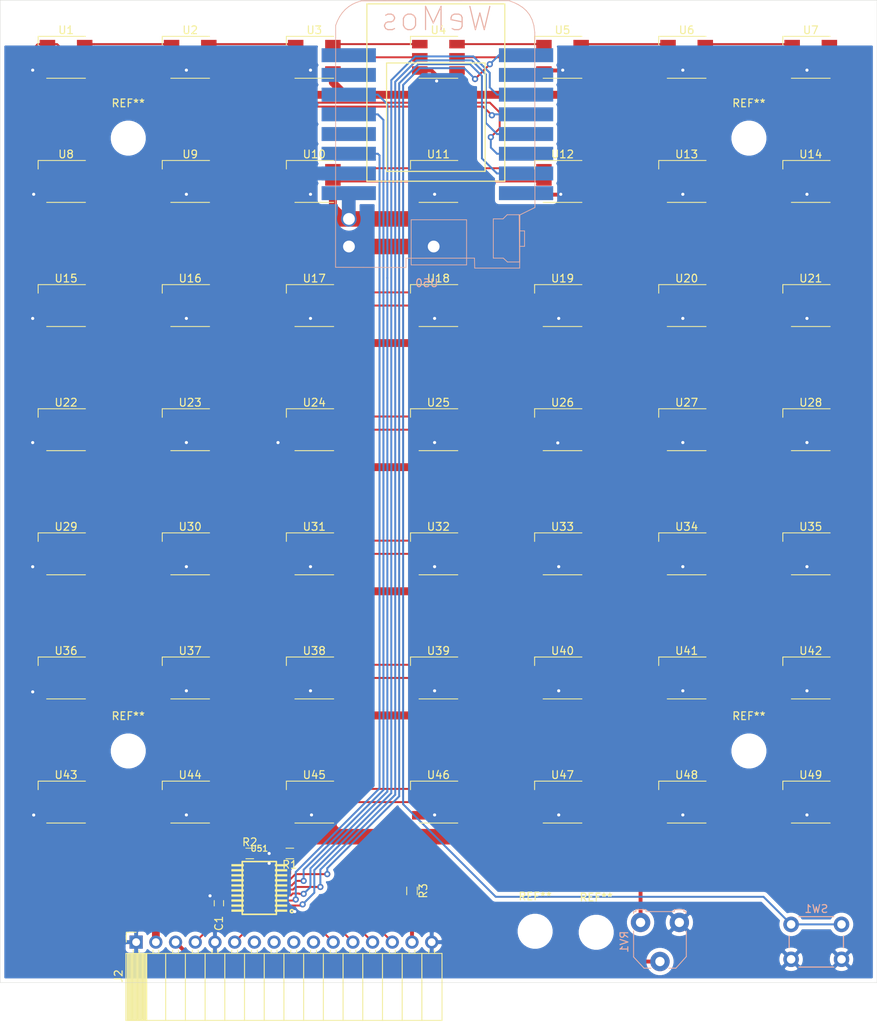
<source format=kicad_pcb>
(kicad_pcb (version 20171130) (host pcbnew "(5.1.5)-3")
  (layers (0 F.Cu signal) (31 B.Cu signal) (34 B.Paste user hide) (35 F.Paste user) (36 B.SilkS user hide) (37 F.SilkS user) (38 B.Mask user) (39 F.Mask user) (44 Edge.Cuts user))
  (net 0 "")
  (net 1 GND)
  (net 2 +5V)
  (net 3 "Net-(J2-Pad14)")
  (net 4 "Net-(J2-Pad13)")
  (net 5 "Net-(J2-Pad12)")
  (net 6 "Net-(J2-Pad11)")
  (net 7 "Net-(J2-Pad10)")
  (net 8 "Net-(J2-Pad9)")
  (net 9 "Net-(J2-Pad8)")
  (net 10 "Net-(J2-Pad7)")
  (net 11 "Net-(J2-Pad6)")
  (net 12 "Net-(J2-Pad4)")
  (net 13 "Net-(J2-Pad3)")
  (net 14 "Net-(R1-Pad1)")
  (net 15 "Net-(R2-Pad1)")
  (net 16 "Net-(SW1-Pad1)")
  (net 17 "Net-(U1-Pad5)")
  (net 18 "Net-(U1-Pad4)")
  (net 19 "Net-(U1-Pad1)")
  (net 20 "Net-(U2-Pad5)")
  (net 21 "Net-(U2-Pad4)")
  (net 22 "Net-(U3-Pad4)")
  (net 23 "Net-(U3-Pad5)")
  (net 24 "Net-(U4-Pad5)")
  (net 25 "Net-(U4-Pad4)")
  (net 26 "Net-(U5-Pad4)")
  (net 27 "Net-(U5-Pad5)")
  (net 28 "Net-(U6-Pad5)")
  (net 29 "Net-(U6-Pad4)")
  (net 30 "Net-(U7-Pad4)")
  (net 31 "Net-(U7-Pad5)")
  (net 32 "Net-(U8-Pad5)")
  (net 33 "Net-(U8-Pad4)")
  (net 34 "Net-(U10-Pad1)")
  (net 35 "Net-(U10-Pad2)")
  (net 36 "Net-(U10-Pad5)")
  (net 37 "Net-(U10-Pad4)")
  (net 38 "Net-(U11-Pad4)")
  (net 39 "Net-(U11-Pad5)")
  (net 40 "Net-(U12-Pad5)")
  (net 41 "Net-(U12-Pad4)")
  (net 42 "Net-(U13-Pad4)")
  (net 43 "Net-(U13-Pad5)")
  (net 44 "Net-(U14-Pad5)")
  (net 45 "Net-(U14-Pad4)")
  (net 46 "Net-(U15-Pad4)")
  (net 47 "Net-(U15-Pad5)")
  (net 48 "Net-(U16-Pad5)")
  (net 49 "Net-(U16-Pad4)")
  (net 50 "Net-(U17-Pad4)")
  (net 51 "Net-(U17-Pad5)")
  (net 52 "Net-(U18-Pad5)")
  (net 53 "Net-(U18-Pad4)")
  (net 54 "Net-(U19-Pad4)")
  (net 55 "Net-(U19-Pad5)")
  (net 56 "Net-(U20-Pad5)")
  (net 57 "Net-(U20-Pad4)")
  (net 58 "Net-(U21-Pad4)")
  (net 59 "Net-(U21-Pad5)")
  (net 60 "Net-(U22-Pad5)")
  (net 61 "Net-(U22-Pad4)")
  (net 62 "Net-(U23-Pad4)")
  (net 63 "Net-(U23-Pad5)")
  (net 64 "Net-(U24-Pad4)")
  (net 65 "Net-(U24-Pad5)")
  (net 66 "Net-(U25-Pad5)")
  (net 67 "Net-(U25-Pad4)")
  (net 68 "Net-(U26-Pad4)")
  (net 69 "Net-(U26-Pad5)")
  (net 70 "Net-(U27-Pad4)")
  (net 71 "Net-(U27-Pad5)")
  (net 72 "Net-(U28-Pad5)")
  (net 73 "Net-(U28-Pad4)")
  (net 74 "Net-(U29-Pad4)")
  (net 75 "Net-(U29-Pad5)")
  (net 76 "Net-(U30-Pad5)")
  (net 77 "Net-(U30-Pad4)")
  (net 78 "Net-(U31-Pad4)")
  (net 79 "Net-(U31-Pad5)")
  (net 80 "Net-(U32-Pad5)")
  (net 81 "Net-(U32-Pad4)")
  (net 82 "Net-(U33-Pad4)")
  (net 83 "Net-(U33-Pad5)")
  (net 84 "Net-(U34-Pad5)")
  (net 85 "Net-(U34-Pad4)")
  (net 86 "Net-(U35-Pad4)")
  (net 87 "Net-(U35-Pad5)")
  (net 88 "Net-(U36-Pad5)")
  (net 89 "Net-(U36-Pad4)")
  (net 90 "Net-(U37-Pad5)")
  (net 91 "Net-(U37-Pad4)")
  (net 92 "Net-(U38-Pad4)")
  (net 93 "Net-(U38-Pad5)")
  (net 94 "Net-(U39-Pad5)")
  (net 95 "Net-(U39-Pad4)")
  (net 96 "Net-(U40-Pad4)")
  (net 97 "Net-(U40-Pad5)")
  (net 98 "Net-(U41-Pad5)")
  (net 99 "Net-(U41-Pad4)")
  (net 100 "Net-(U42-Pad4)")
  (net 101 "Net-(U42-Pad5)")
  (net 102 "Net-(U43-Pad5)")
  (net 103 "Net-(U43-Pad4)")
  (net 104 "Net-(U44-Pad4)")
  (net 105 "Net-(U44-Pad5)")
  (net 106 "Net-(U45-Pad5)")
  (net 107 "Net-(U45-Pad4)")
  (net 108 "Net-(U46-Pad4)")
  (net 109 "Net-(U46-Pad5)")
  (net 110 "Net-(U47-Pad5)")
  (net 111 "Net-(U47-Pad4)")
  (net 112 "Net-(U48-Pad4)")
  (net 113 "Net-(U48-Pad5)")
  (net 114 "Net-(U49-Pad5)")
  (net 115 "Net-(U49-Pad4)")
  (net 116 "Net-(U50-Pad8)")
  (net 117 "Net-(U50-Pad7)")
  (net 118 "Net-(U50-Pad6)")
  (net 119 "Net-(U50-Pad5)")
  (net 120 "Net-(U50-Pad4)")
  (net 121 "Net-(U50-Pad3)")
  (net 122 "Net-(U50-Pad16)")
  (net 123 "Net-(U50-Pad15)")
  (net 124 "Net-(U50-Pad13)")
  (net 125 "Net-(U50-Pad11)")
  (net 126 "Net-(U50-Pad10)")
  (net 127 "Net-(U51-Pad12)")
  (net 128 "Net-(U51-Pad11)")
  (net 129 "Net-(U1-Pad2)")
  (net 130 "Net-(J2-Pad15)")
  (module Resistors_SMD:R_0603_HandSoldering (layer F.Cu) (at 183.515 133.096 270)
    (fp_text reference R3 (at 0 -1.45 90) (layer F.SilkS))
    (fp_text value 1K)
    (pad 1 smd rect (at -1.1 0 270) (size 1.2 0.9) (layers F.Cu F.Paste F.Mask) (net 2 +5V))
    (pad 2 smd rect (at 1.1 0 270) (size 1.2 0.9) (layers F.Cu F.Paste F.Mask) (net 130 "Net-(J2-Pad15)"))
  )
  (module Mounting_Holes:MountingHole_3.5mm (layer F.Cu) (at 199.39 138.303)
    (fp_text reference REF** (at 0 -4.5) (layer F.SilkS))
    (fp_text value MountingHole_3.5mm)
    (pad 1 np_thru_hole circle (at 0 0) (size 3.5 3.5) (drill 3.5) (layers *.Cu *.Mask))
  )
  (module Mounting_Holes:MountingHole_3.5mm (layer F.Cu) (at 207.264 138.43)
    (fp_text reference REF** (at 0 -4.5) (layer F.SilkS))
    (fp_text value MountingHole_3.5mm)
    (pad 1 np_thru_hole circle (at 0 0) (size 3.5 3.5) (drill 3.5) (layers *.Cu *.Mask))
  )
  (module ApA201c:APA102C (layer F.Cu) (at 170.92 89.65)
    (fp_text reference U31 (at 0 -3.5 180) (layer F.SilkS))
    (fp_text value APA102C)
    (pad 6 smd rect (at 2.4 1.7 90) (size 1.1 2) (layers F.Cu F.Paste F.Mask) (net 2 +5V))
    (pad 5 smd rect (at 2.4 0 90) (size 1.1 2) (layers F.Cu F.Paste F.Mask) (net 79 "Net-(U31-Pad5)"))
    (pad 4 smd rect (at 2.4 -1.7 90) (size 1.1 2) (layers F.Cu F.Paste F.Mask) (net 78 "Net-(U31-Pad4)"))
    (pad 3 smd rect (at -2.4 1.7 90) (size 1.1 2) (layers F.Cu F.Paste F.Mask) (net 1 GND))
    (pad 2 smd rect (at -2.4 0 90) (size 1.1 2) (layers F.Cu F.Paste F.Mask) (net 76 "Net-(U30-Pad5)"))
    (pad 1 smd rect (at -2.4 -1.7 90) (size 1.1 2) (layers F.Cu F.Paste F.Mask) (net 77 "Net-(U30-Pad4)"))
  )
  (module ApA201c:APA102C (layer F.Cu) (at 170.92 121.65)
    (fp_text reference U45 (at 0 -3.5 180) (layer F.SilkS))
    (fp_text value APA102C)
    (pad 6 smd rect (at 2.4 1.7 90) (size 1.1 2) (layers F.Cu F.Paste F.Mask) (net 2 +5V))
    (pad 5 smd rect (at 2.4 0 90) (size 1.1 2) (layers F.Cu F.Paste F.Mask) (net 106 "Net-(U45-Pad5)"))
    (pad 4 smd rect (at 2.4 -1.7 90) (size 1.1 2) (layers F.Cu F.Paste F.Mask) (net 107 "Net-(U45-Pad4)"))
    (pad 3 smd rect (at -2.4 1.7 90) (size 1.1 2) (layers F.Cu F.Paste F.Mask) (net 1 GND))
    (pad 2 smd rect (at -2.4 0 90) (size 1.1 2) (layers F.Cu F.Paste F.Mask) (net 105 "Net-(U44-Pad5)"))
    (pad 1 smd rect (at -2.4 -1.7 90) (size 1.1 2) (layers F.Cu F.Paste F.Mask) (net 104 "Net-(U44-Pad4)"))
  )
  (module Mounting_Holes:MountingHole_3.5mm (layer F.Cu) (at 146.939 115.062)
    (fp_text reference REF** (at 0 -4.5) (layer F.SilkS))
    (fp_text value MountingHole_3.5mm)
    (pad 1 np_thru_hole circle (at 0 0) (size 3.5 3.5) (drill 3.5) (layers *.Cu *.Mask))
  )
  (module Mounting_Holes:MountingHole_3.5mm (layer F.Cu) (at 226.949 115.062)
    (fp_text reference REF** (at 0 -4.5) (layer F.SilkS))
    (fp_text value MountingHole_3.5mm)
    (pad 1 np_thru_hole circle (at 0 0) (size 3.5 3.5) (drill 3.5) (layers *.Cu *.Mask))
  )
  (module Mounting_Holes:MountingHole_3.5mm (layer F.Cu) (at 226.949 36.068)
    (fp_text reference REF** (at 0 -4.5) (layer F.SilkS))
    (fp_text value MountingHole_3.5mm)
    (pad 1 np_thru_hole circle (at 0 0) (size 3.5 3.5) (drill 3.5) (layers *.Cu *.Mask))
  )
  (module Mounting_Holes:MountingHole_3.5mm (layer F.Cu) (at 146.939 36.068)
    (fp_text reference REF** (at 0 -4.5) (layer F.SilkS))
    (fp_text value MountingHole_3.5mm)
    (pad 1 np_thru_hole circle (at 0 0) (size 3.5 3.5) (drill 3.5) (layers *.Cu *.Mask))
  )
  (module wemos_d1_mini:D1_mini_board_smd (layer B.Cu) (at 186.69 35.941 180)
    (fp_text reference U50 (at 1.27 -18.81) (layer B.SilkS) (effects (justify mirror)))
    (fp_text value WeMos_mini)
    (fp_text user WeMos (at 0 15.24) (layer B.SilkS) (effects (font (size 3 3)) (justify mirror)))
    (pad 9 smd rect (at -11.53 10.56 180) (size 7 1.8) (layers B.Cu B.Paste B.Mask) (net 16 "Net-(SW1-Pad1)"))
    (pad 10 smd rect (at -11.53 8.02 180) (size 7 1.8) (layers B.Cu B.Paste B.Mask) (net 126 "Net-(U50-Pad10)"))
    (pad 11 smd rect (at -11.53 5.48 180) (size 7 1.8) (layers B.Cu B.Paste B.Mask) (net 125 "Net-(U50-Pad11)"))
    (pad 12 smd rect (at -11.53 2.94 180) (size 7 1.8) (layers B.Cu B.Paste B.Mask) (net 129 "Net-(U1-Pad2)"))
    (pad 13 smd rect (at -11.53 0.4 180) (size 7 1.8) (layers B.Cu B.Paste B.Mask) (net 124 "Net-(U50-Pad13)"))
    (pad 14 smd rect (at -11.53 -2.14 180) (size 7 1.8) (layers B.Cu B.Paste B.Mask) (net 19 "Net-(U1-Pad1)"))
    (pad 15 smd rect (at -11.53 -4.68 180) (size 7 1.8) (layers B.Cu B.Paste B.Mask) (net 123 "Net-(U50-Pad15)"))
    (pad 16 smd rect (at -11.53 -7.22 180) (size 7 1.8) (layers B.Cu B.Paste B.Mask) (net 122 "Net-(U50-Pad16)"))
    (pad 1 smd rect (at 11.33 -7.22 180) (size 7 1.8) (layers B.Cu B.Paste B.Mask) (net 2 +5V))
    (pad 2 smd rect (at 11.33 -4.68 180) (size 7 1.8) (layers B.Cu B.Paste B.Mask) (net 1 GND))
    (pad 3 smd rect (at 11.33 -2.14 180) (size 7 1.8) (layers B.Cu B.Paste B.Mask) (net 121 "Net-(U50-Pad3)"))
    (pad 4 smd rect (at 11.33 0.4 180) (size 7 1.8) (layers B.Cu B.Paste B.Mask) (net 120 "Net-(U50-Pad4)"))
    (pad 5 smd rect (at 11.33 2.94 180) (size 7 1.8) (layers B.Cu B.Paste B.Mask) (net 119 "Net-(U50-Pad5)"))
    (pad 6 smd rect (at 11.33 5.48 180) (size 7 1.8) (layers B.Cu B.Paste B.Mask) (net 118 "Net-(U50-Pad6)"))
    (pad 7 smd rect (at 11.33 8.02 180) (size 7 1.8) (layers B.Cu B.Paste B.Mask) (net 117 "Net-(U50-Pad7)"))
    (pad 8 smd rect (at 11.33 10.56 180) (size 7 1.8) (layers B.Cu B.Paste B.Mask) (net 116 "Net-(U50-Pad8)"))
  )
  (module ApA201c:APA102C (layer F.Cu) (at 234.92 41.65)
    (fp_text reference U14 (at 0 -3.5 180) (layer F.SilkS))
    (fp_text value APA102C)
    (pad 6 smd rect (at 2.4 1.7 90) (size 1.1 2) (layers F.Cu F.Paste F.Mask) (net 2 +5V))
    (pad 5 smd rect (at 2.4 0 90) (size 1.1 2) (layers F.Cu F.Paste F.Mask) (net 44 "Net-(U14-Pad5)"))
    (pad 4 smd rect (at 2.4 -1.7 90) (size 1.1 2) (layers F.Cu F.Paste F.Mask) (net 45 "Net-(U14-Pad4)"))
    (pad 3 smd rect (at -2.4 1.7 90) (size 1.1 2) (layers F.Cu F.Paste F.Mask) (net 1 GND))
    (pad 2 smd rect (at -2.4 0 90) (size 1.1 2) (layers F.Cu F.Paste F.Mask) (net 43 "Net-(U13-Pad5)"))
    (pad 1 smd rect (at -2.4 -1.7 90) (size 1.1 2) (layers F.Cu F.Paste F.Mask) (net 42 "Net-(U13-Pad4)"))
  )
  (module ApA201c:APA102C (layer F.Cu) (at 186.92 57.65)
    (fp_text reference U18 (at 0 -3.5 180) (layer F.SilkS))
    (fp_text value APA102C)
    (pad 6 smd rect (at 2.4 1.7 90) (size 1.1 2) (layers F.Cu F.Paste F.Mask) (net 2 +5V))
    (pad 5 smd rect (at 2.4 0 90) (size 1.1 2) (layers F.Cu F.Paste F.Mask) (net 52 "Net-(U18-Pad5)"))
    (pad 4 smd rect (at 2.4 -1.7 90) (size 1.1 2) (layers F.Cu F.Paste F.Mask) (net 53 "Net-(U18-Pad4)"))
    (pad 3 smd rect (at -2.4 1.7 90) (size 1.1 2) (layers F.Cu F.Paste F.Mask) (net 1 GND))
    (pad 2 smd rect (at -2.4 0 90) (size 1.1 2) (layers F.Cu F.Paste F.Mask) (net 51 "Net-(U17-Pad5)"))
    (pad 1 smd rect (at -2.4 -1.7 90) (size 1.1 2) (layers F.Cu F.Paste F.Mask) (net 50 "Net-(U17-Pad4)"))
  )
  (module ApA201c:APA102C (layer F.Cu) (at 170.92 73.65)
    (fp_text reference U24 (at 0 -3.5 180) (layer F.SilkS))
    (fp_text value APA102C)
    (pad 6 smd rect (at 2.4 1.7 90) (size 1.1 2) (layers F.Cu F.Paste F.Mask) (net 2 +5V))
    (pad 5 smd rect (at 2.4 0 90) (size 1.1 2) (layers F.Cu F.Paste F.Mask) (net 65 "Net-(U24-Pad5)"))
    (pad 4 smd rect (at 2.4 -1.7 90) (size 1.1 2) (layers F.Cu F.Paste F.Mask) (net 64 "Net-(U24-Pad4)"))
    (pad 3 smd rect (at -2.4 1.7 90) (size 1.1 2) (layers F.Cu F.Paste F.Mask) (net 1 GND))
    (pad 2 smd rect (at -2.4 0 90) (size 1.1 2) (layers F.Cu F.Paste F.Mask) (net 63 "Net-(U23-Pad5)"))
    (pad 1 smd rect (at -2.4 -1.7 90) (size 1.1 2) (layers F.Cu F.Paste F.Mask) (net 62 "Net-(U23-Pad4)"))
  )
  (module ApA201c:APA102C (layer F.Cu) (at 154.92 73.65)
    (fp_text reference U23 (at 0 -3.5 180) (layer F.SilkS))
    (fp_text value APA102C)
    (pad 6 smd rect (at 2.4 1.7 90) (size 1.1 2) (layers F.Cu F.Paste F.Mask) (net 2 +5V))
    (pad 5 smd rect (at 2.4 0 90) (size 1.1 2) (layers F.Cu F.Paste F.Mask) (net 63 "Net-(U23-Pad5)"))
    (pad 4 smd rect (at 2.4 -1.7 90) (size 1.1 2) (layers F.Cu F.Paste F.Mask) (net 62 "Net-(U23-Pad4)"))
    (pad 3 smd rect (at -2.4 1.7 90) (size 1.1 2) (layers F.Cu F.Paste F.Mask) (net 1 GND))
    (pad 2 smd rect (at -2.4 0 90) (size 1.1 2) (layers F.Cu F.Paste F.Mask) (net 60 "Net-(U22-Pad5)"))
    (pad 1 smd rect (at -2.4 -1.7 90) (size 1.1 2) (layers F.Cu F.Paste F.Mask) (net 61 "Net-(U22-Pad4)"))
  )
  (module ApA201c:APA102C (layer F.Cu) (at 186.92 89.65)
    (fp_text reference U32 (at 0 -3.5 180) (layer F.SilkS))
    (fp_text value APA102C)
    (pad 6 smd rect (at 2.4 1.7 90) (size 1.1 2) (layers F.Cu F.Paste F.Mask) (net 2 +5V))
    (pad 5 smd rect (at 2.4 0 90) (size 1.1 2) (layers F.Cu F.Paste F.Mask) (net 80 "Net-(U32-Pad5)"))
    (pad 4 smd rect (at 2.4 -1.7 90) (size 1.1 2) (layers F.Cu F.Paste F.Mask) (net 81 "Net-(U32-Pad4)"))
    (pad 3 smd rect (at -2.4 1.7 90) (size 1.1 2) (layers F.Cu F.Paste F.Mask) (net 1 GND))
    (pad 2 smd rect (at -2.4 0 90) (size 1.1 2) (layers F.Cu F.Paste F.Mask) (net 79 "Net-(U31-Pad5)"))
    (pad 1 smd rect (at -2.4 -1.7 90) (size 1.1 2) (layers F.Cu F.Paste F.Mask) (net 78 "Net-(U31-Pad4)"))
  )
  (module ApA201c:APA102C (layer F.Cu) (at 202.92 57.65)
    (fp_text reference U19 (at 0 -3.5 180) (layer F.SilkS))
    (fp_text value APA102C)
    (pad 6 smd rect (at 2.4 1.7 90) (size 1.1 2) (layers F.Cu F.Paste F.Mask) (net 2 +5V))
    (pad 5 smd rect (at 2.4 0 90) (size 1.1 2) (layers F.Cu F.Paste F.Mask) (net 55 "Net-(U19-Pad5)"))
    (pad 4 smd rect (at 2.4 -1.7 90) (size 1.1 2) (layers F.Cu F.Paste F.Mask) (net 54 "Net-(U19-Pad4)"))
    (pad 3 smd rect (at -2.4 1.7 90) (size 1.1 2) (layers F.Cu F.Paste F.Mask) (net 1 GND))
    (pad 2 smd rect (at -2.4 0 90) (size 1.1 2) (layers F.Cu F.Paste F.Mask) (net 52 "Net-(U18-Pad5)"))
    (pad 1 smd rect (at -2.4 -1.7 90) (size 1.1 2) (layers F.Cu F.Paste F.Mask) (net 53 "Net-(U18-Pad4)"))
  )
  (module ApA201c:APA102C (layer F.Cu) (at 234.92 57.65)
    (fp_text reference U21 (at 0 -3.5 180) (layer F.SilkS))
    (fp_text value APA102C)
    (pad 6 smd rect (at 2.4 1.7 90) (size 1.1 2) (layers F.Cu F.Paste F.Mask) (net 2 +5V))
    (pad 5 smd rect (at 2.4 0 90) (size 1.1 2) (layers F.Cu F.Paste F.Mask) (net 59 "Net-(U21-Pad5)"))
    (pad 4 smd rect (at 2.4 -1.7 90) (size 1.1 2) (layers F.Cu F.Paste F.Mask) (net 58 "Net-(U21-Pad4)"))
    (pad 3 smd rect (at -2.4 1.7 90) (size 1.1 2) (layers F.Cu F.Paste F.Mask) (net 1 GND))
    (pad 2 smd rect (at -2.4 0 90) (size 1.1 2) (layers F.Cu F.Paste F.Mask) (net 56 "Net-(U20-Pad5)"))
    (pad 1 smd rect (at -2.4 -1.7 90) (size 1.1 2) (layers F.Cu F.Paste F.Mask) (net 57 "Net-(U20-Pad4)"))
  )
  (module ApA201c:APA102C (layer F.Cu) (at 202.92 73.65)
    (fp_text reference U26 (at 0 -3.5 180) (layer F.SilkS))
    (fp_text value APA102C)
    (pad 6 smd rect (at 2.4 1.7 90) (size 1.1 2) (layers F.Cu F.Paste F.Mask) (net 2 +5V))
    (pad 5 smd rect (at 2.4 0 90) (size 1.1 2) (layers F.Cu F.Paste F.Mask) (net 69 "Net-(U26-Pad5)"))
    (pad 4 smd rect (at 2.4 -1.7 90) (size 1.1 2) (layers F.Cu F.Paste F.Mask) (net 68 "Net-(U26-Pad4)"))
    (pad 3 smd rect (at -2.4 1.7 90) (size 1.1 2) (layers F.Cu F.Paste F.Mask) (net 1 GND))
    (pad 2 smd rect (at -2.4 0 90) (size 1.1 2) (layers F.Cu F.Paste F.Mask) (net 66 "Net-(U25-Pad5)"))
    (pad 1 smd rect (at -2.4 -1.7 90) (size 1.1 2) (layers F.Cu F.Paste F.Mask) (net 67 "Net-(U25-Pad4)"))
  )
  (module ApA201c:APA102C (layer F.Cu) (at 170.92 57.65)
    (fp_text reference U17 (at 0 -3.5 180) (layer F.SilkS))
    (fp_text value APA102C)
    (pad 6 smd rect (at 2.4 1.7 90) (size 1.1 2) (layers F.Cu F.Paste F.Mask) (net 2 +5V))
    (pad 5 smd rect (at 2.4 0 90) (size 1.1 2) (layers F.Cu F.Paste F.Mask) (net 51 "Net-(U17-Pad5)"))
    (pad 4 smd rect (at 2.4 -1.7 90) (size 1.1 2) (layers F.Cu F.Paste F.Mask) (net 50 "Net-(U17-Pad4)"))
    (pad 3 smd rect (at -2.4 1.7 90) (size 1.1 2) (layers F.Cu F.Paste F.Mask) (net 1 GND))
    (pad 2 smd rect (at -2.4 0 90) (size 1.1 2) (layers F.Cu F.Paste F.Mask) (net 48 "Net-(U16-Pad5)"))
    (pad 1 smd rect (at -2.4 -1.7 90) (size 1.1 2) (layers F.Cu F.Paste F.Mask) (net 49 "Net-(U16-Pad4)"))
  )
  (module ApA201c:APA102C (layer F.Cu) (at 218.92 57.65)
    (fp_text reference U20 (at 0 -3.5 180) (layer F.SilkS))
    (fp_text value APA102C)
    (pad 6 smd rect (at 2.4 1.7 90) (size 1.1 2) (layers F.Cu F.Paste F.Mask) (net 2 +5V))
    (pad 5 smd rect (at 2.4 0 90) (size 1.1 2) (layers F.Cu F.Paste F.Mask) (net 56 "Net-(U20-Pad5)"))
    (pad 4 smd rect (at 2.4 -1.7 90) (size 1.1 2) (layers F.Cu F.Paste F.Mask) (net 57 "Net-(U20-Pad4)"))
    (pad 3 smd rect (at -2.4 1.7 90) (size 1.1 2) (layers F.Cu F.Paste F.Mask) (net 1 GND))
    (pad 2 smd rect (at -2.4 0 90) (size 1.1 2) (layers F.Cu F.Paste F.Mask) (net 55 "Net-(U19-Pad5)"))
    (pad 1 smd rect (at -2.4 -1.7 90) (size 1.1 2) (layers F.Cu F.Paste F.Mask) (net 54 "Net-(U19-Pad4)"))
  )
  (module ApA201c:APA102C (layer F.Cu) (at 154.92 89.65)
    (fp_text reference U30 (at 0 -3.5 180) (layer F.SilkS))
    (fp_text value APA102C)
    (pad 6 smd rect (at 2.4 1.7 90) (size 1.1 2) (layers F.Cu F.Paste F.Mask) (net 2 +5V))
    (pad 5 smd rect (at 2.4 0 90) (size 1.1 2) (layers F.Cu F.Paste F.Mask) (net 76 "Net-(U30-Pad5)"))
    (pad 4 smd rect (at 2.4 -1.7 90) (size 1.1 2) (layers F.Cu F.Paste F.Mask) (net 77 "Net-(U30-Pad4)"))
    (pad 3 smd rect (at -2.4 1.7 90) (size 1.1 2) (layers F.Cu F.Paste F.Mask) (net 1 GND))
    (pad 2 smd rect (at -2.4 0 90) (size 1.1 2) (layers F.Cu F.Paste F.Mask) (net 75 "Net-(U29-Pad5)"))
    (pad 1 smd rect (at -2.4 -1.7 90) (size 1.1 2) (layers F.Cu F.Paste F.Mask) (net 74 "Net-(U29-Pad4)"))
  )
  (module ApA201c:APA102C (layer F.Cu) (at 218.92 73.65)
    (fp_text reference U27 (at 0 -3.5 180) (layer F.SilkS))
    (fp_text value APA102C)
    (pad 6 smd rect (at 2.4 1.7 90) (size 1.1 2) (layers F.Cu F.Paste F.Mask) (net 2 +5V))
    (pad 5 smd rect (at 2.4 0 90) (size 1.1 2) (layers F.Cu F.Paste F.Mask) (net 71 "Net-(U27-Pad5)"))
    (pad 4 smd rect (at 2.4 -1.7 90) (size 1.1 2) (layers F.Cu F.Paste F.Mask) (net 70 "Net-(U27-Pad4)"))
    (pad 3 smd rect (at -2.4 1.7 90) (size 1.1 2) (layers F.Cu F.Paste F.Mask) (net 1 GND))
    (pad 2 smd rect (at -2.4 0 90) (size 1.1 2) (layers F.Cu F.Paste F.Mask) (net 69 "Net-(U26-Pad5)"))
    (pad 1 smd rect (at -2.4 -1.7 90) (size 1.1 2) (layers F.Cu F.Paste F.Mask) (net 68 "Net-(U26-Pad4)"))
  )
  (module ApA201c:APA102C (layer F.Cu) (at 218.92 41.65)
    (fp_text reference U13 (at 0 -3.5 180) (layer F.SilkS))
    (fp_text value APA102C)
    (pad 6 smd rect (at 2.4 1.7 90) (size 1.1 2) (layers F.Cu F.Paste F.Mask) (net 2 +5V))
    (pad 5 smd rect (at 2.4 0 90) (size 1.1 2) (layers F.Cu F.Paste F.Mask) (net 43 "Net-(U13-Pad5)"))
    (pad 4 smd rect (at 2.4 -1.7 90) (size 1.1 2) (layers F.Cu F.Paste F.Mask) (net 42 "Net-(U13-Pad4)"))
    (pad 3 smd rect (at -2.4 1.7 90) (size 1.1 2) (layers F.Cu F.Paste F.Mask) (net 1 GND))
    (pad 2 smd rect (at -2.4 0 90) (size 1.1 2) (layers F.Cu F.Paste F.Mask) (net 40 "Net-(U12-Pad5)"))
    (pad 1 smd rect (at -2.4 -1.7 90) (size 1.1 2) (layers F.Cu F.Paste F.Mask) (net 41 "Net-(U12-Pad4)"))
  )
  (module ApA201c:APA102C (layer F.Cu) (at 154.92 57.65)
    (fp_text reference U16 (at 0 -3.5 180) (layer F.SilkS))
    (fp_text value APA102C)
    (pad 6 smd rect (at 2.4 1.7 90) (size 1.1 2) (layers F.Cu F.Paste F.Mask) (net 2 +5V))
    (pad 5 smd rect (at 2.4 0 90) (size 1.1 2) (layers F.Cu F.Paste F.Mask) (net 48 "Net-(U16-Pad5)"))
    (pad 4 smd rect (at 2.4 -1.7 90) (size 1.1 2) (layers F.Cu F.Paste F.Mask) (net 49 "Net-(U16-Pad4)"))
    (pad 3 smd rect (at -2.4 1.7 90) (size 1.1 2) (layers F.Cu F.Paste F.Mask) (net 1 GND))
    (pad 2 smd rect (at -2.4 0 90) (size 1.1 2) (layers F.Cu F.Paste F.Mask) (net 47 "Net-(U15-Pad5)"))
    (pad 1 smd rect (at -2.4 -1.7 90) (size 1.1 2) (layers F.Cu F.Paste F.Mask) (net 46 "Net-(U15-Pad4)"))
  )
  (module ApA201c:APA102C (layer F.Cu) (at 186.92 73.65)
    (fp_text reference U25 (at 0 -3.5 180) (layer F.SilkS))
    (fp_text value APA102C)
    (pad 6 smd rect (at 2.4 1.7 90) (size 1.1 2) (layers F.Cu F.Paste F.Mask) (net 2 +5V))
    (pad 5 smd rect (at 2.4 0 90) (size 1.1 2) (layers F.Cu F.Paste F.Mask) (net 66 "Net-(U25-Pad5)"))
    (pad 4 smd rect (at 2.4 -1.7 90) (size 1.1 2) (layers F.Cu F.Paste F.Mask) (net 67 "Net-(U25-Pad4)"))
    (pad 3 smd rect (at -2.4 1.7 90) (size 1.1 2) (layers F.Cu F.Paste F.Mask) (net 1 GND))
    (pad 2 smd rect (at -2.4 0 90) (size 1.1 2) (layers F.Cu F.Paste F.Mask) (net 65 "Net-(U24-Pad5)"))
    (pad 1 smd rect (at -2.4 -1.7 90) (size 1.1 2) (layers F.Cu F.Paste F.Mask) (net 64 "Net-(U24-Pad4)"))
  )
  (module ApA201c:APA102C (layer F.Cu) (at 234.92 73.65)
    (fp_text reference U28 (at 0 -3.5 180) (layer F.SilkS))
    (fp_text value APA102C)
    (pad 6 smd rect (at 2.4 1.7 90) (size 1.1 2) (layers F.Cu F.Paste F.Mask) (net 2 +5V))
    (pad 5 smd rect (at 2.4 0 90) (size 1.1 2) (layers F.Cu F.Paste F.Mask) (net 72 "Net-(U28-Pad5)"))
    (pad 4 smd rect (at 2.4 -1.7 90) (size 1.1 2) (layers F.Cu F.Paste F.Mask) (net 73 "Net-(U28-Pad4)"))
    (pad 3 smd rect (at -2.4 1.7 90) (size 1.1 2) (layers F.Cu F.Paste F.Mask) (net 1 GND))
    (pad 2 smd rect (at -2.4 0 90) (size 1.1 2) (layers F.Cu F.Paste F.Mask) (net 71 "Net-(U27-Pad5)"))
    (pad 1 smd rect (at -2.4 -1.7 90) (size 1.1 2) (layers F.Cu F.Paste F.Mask) (net 70 "Net-(U27-Pad4)"))
  )
  (module ApA201c:APA102C (layer F.Cu) (at 234.92 89.65)
    (fp_text reference U35 (at 0 -3.5 180) (layer F.SilkS))
    (fp_text value APA102C)
    (pad 6 smd rect (at 2.4 1.7 90) (size 1.1 2) (layers F.Cu F.Paste F.Mask) (net 2 +5V))
    (pad 5 smd rect (at 2.4 0 90) (size 1.1 2) (layers F.Cu F.Paste F.Mask) (net 87 "Net-(U35-Pad5)"))
    (pad 4 smd rect (at 2.4 -1.7 90) (size 1.1 2) (layers F.Cu F.Paste F.Mask) (net 86 "Net-(U35-Pad4)"))
    (pad 3 smd rect (at -2.4 1.7 90) (size 1.1 2) (layers F.Cu F.Paste F.Mask) (net 1 GND))
    (pad 2 smd rect (at -2.4 0 90) (size 1.1 2) (layers F.Cu F.Paste F.Mask) (net 84 "Net-(U34-Pad5)"))
    (pad 1 smd rect (at -2.4 -1.7 90) (size 1.1 2) (layers F.Cu F.Paste F.Mask) (net 85 "Net-(U34-Pad4)"))
  )
  (module ApA201c:APA102C (layer F.Cu) (at 218.92 89.65)
    (fp_text reference U34 (at 0 -3.5 180) (layer F.SilkS))
    (fp_text value APA102C)
    (pad 6 smd rect (at 2.4 1.7 90) (size 1.1 2) (layers F.Cu F.Paste F.Mask) (net 2 +5V))
    (pad 5 smd rect (at 2.4 0 90) (size 1.1 2) (layers F.Cu F.Paste F.Mask) (net 84 "Net-(U34-Pad5)"))
    (pad 4 smd rect (at 2.4 -1.7 90) (size 1.1 2) (layers F.Cu F.Paste F.Mask) (net 85 "Net-(U34-Pad4)"))
    (pad 3 smd rect (at -2.4 1.7 90) (size 1.1 2) (layers F.Cu F.Paste F.Mask) (net 1 GND))
    (pad 2 smd rect (at -2.4 0 90) (size 1.1 2) (layers F.Cu F.Paste F.Mask) (net 83 "Net-(U33-Pad5)"))
    (pad 1 smd rect (at -2.4 -1.7 90) (size 1.1 2) (layers F.Cu F.Paste F.Mask) (net 82 "Net-(U33-Pad4)"))
  )
  (module ApA201c:APA102C (layer F.Cu) (at 202.92 89.65)
    (fp_text reference U33 (at 0 -3.5 180) (layer F.SilkS))
    (fp_text value APA102C)
    (pad 6 smd rect (at 2.4 1.7 90) (size 1.1 2) (layers F.Cu F.Paste F.Mask) (net 2 +5V))
    (pad 5 smd rect (at 2.4 0 90) (size 1.1 2) (layers F.Cu F.Paste F.Mask) (net 83 "Net-(U33-Pad5)"))
    (pad 4 smd rect (at 2.4 -1.7 90) (size 1.1 2) (layers F.Cu F.Paste F.Mask) (net 82 "Net-(U33-Pad4)"))
    (pad 3 smd rect (at -2.4 1.7 90) (size 1.1 2) (layers F.Cu F.Paste F.Mask) (net 1 GND))
    (pad 2 smd rect (at -2.4 0 90) (size 1.1 2) (layers F.Cu F.Paste F.Mask) (net 80 "Net-(U32-Pad5)"))
    (pad 1 smd rect (at -2.4 -1.7 90) (size 1.1 2) (layers F.Cu F.Paste F.Mask) (net 81 "Net-(U32-Pad4)"))
  )
  (module ApA201c:APA102C (layer F.Cu) (at 170.92 105.65)
    (fp_text reference U38 (at 0 -3.5 180) (layer F.SilkS))
    (fp_text value APA102C)
    (pad 6 smd rect (at 2.4 1.7 90) (size 1.1 2) (layers F.Cu F.Paste F.Mask) (net 2 +5V))
    (pad 5 smd rect (at 2.4 0 90) (size 1.1 2) (layers F.Cu F.Paste F.Mask) (net 93 "Net-(U38-Pad5)"))
    (pad 4 smd rect (at 2.4 -1.7 90) (size 1.1 2) (layers F.Cu F.Paste F.Mask) (net 92 "Net-(U38-Pad4)"))
    (pad 3 smd rect (at -2.4 1.7 90) (size 1.1 2) (layers F.Cu F.Paste F.Mask) (net 1 GND))
    (pad 2 smd rect (at -2.4 0 90) (size 1.1 2) (layers F.Cu F.Paste F.Mask) (net 90 "Net-(U37-Pad5)"))
    (pad 1 smd rect (at -2.4 -1.7 90) (size 1.1 2) (layers F.Cu F.Paste F.Mask) (net 91 "Net-(U37-Pad4)"))
  )
  (module ApA201c:APA102C (layer F.Cu) (at 218.92 105.65)
    (fp_text reference U41 (at 0 -3.5 180) (layer F.SilkS))
    (fp_text value APA102C)
    (pad 6 smd rect (at 2.4 1.7 90) (size 1.1 2) (layers F.Cu F.Paste F.Mask) (net 2 +5V))
    (pad 5 smd rect (at 2.4 0 90) (size 1.1 2) (layers F.Cu F.Paste F.Mask) (net 98 "Net-(U41-Pad5)"))
    (pad 4 smd rect (at 2.4 -1.7 90) (size 1.1 2) (layers F.Cu F.Paste F.Mask) (net 99 "Net-(U41-Pad4)"))
    (pad 3 smd rect (at -2.4 1.7 90) (size 1.1 2) (layers F.Cu F.Paste F.Mask) (net 1 GND))
    (pad 2 smd rect (at -2.4 0 90) (size 1.1 2) (layers F.Cu F.Paste F.Mask) (net 97 "Net-(U40-Pad5)"))
    (pad 1 smd rect (at -2.4 -1.7 90) (size 1.1 2) (layers F.Cu F.Paste F.Mask) (net 96 "Net-(U40-Pad4)"))
  )
  (module ApA201c:APA102C (layer F.Cu) (at 234.92 105.65)
    (fp_text reference U42 (at 0 -3.5 180) (layer F.SilkS))
    (fp_text value APA102C)
    (pad 6 smd rect (at 2.4 1.7 90) (size 1.1 2) (layers F.Cu F.Paste F.Mask) (net 2 +5V))
    (pad 5 smd rect (at 2.4 0 90) (size 1.1 2) (layers F.Cu F.Paste F.Mask) (net 101 "Net-(U42-Pad5)"))
    (pad 4 smd rect (at 2.4 -1.7 90) (size 1.1 2) (layers F.Cu F.Paste F.Mask) (net 100 "Net-(U42-Pad4)"))
    (pad 3 smd rect (at -2.4 1.7 90) (size 1.1 2) (layers F.Cu F.Paste F.Mask) (net 1 GND))
    (pad 2 smd rect (at -2.4 0 90) (size 1.1 2) (layers F.Cu F.Paste F.Mask) (net 98 "Net-(U41-Pad5)"))
    (pad 1 smd rect (at -2.4 -1.7 90) (size 1.1 2) (layers F.Cu F.Paste F.Mask) (net 99 "Net-(U41-Pad4)"))
  )
  (module ApA201c:APA102C (layer F.Cu) (at 186.92 105.65)
    (fp_text reference U39 (at 0 -3.5 180) (layer F.SilkS))
    (fp_text value APA102C)
    (pad 6 smd rect (at 2.4 1.7 90) (size 1.1 2) (layers F.Cu F.Paste F.Mask) (net 2 +5V))
    (pad 5 smd rect (at 2.4 0 90) (size 1.1 2) (layers F.Cu F.Paste F.Mask) (net 94 "Net-(U39-Pad5)"))
    (pad 4 smd rect (at 2.4 -1.7 90) (size 1.1 2) (layers F.Cu F.Paste F.Mask) (net 95 "Net-(U39-Pad4)"))
    (pad 3 smd rect (at -2.4 1.7 90) (size 1.1 2) (layers F.Cu F.Paste F.Mask) (net 1 GND))
    (pad 2 smd rect (at -2.4 0 90) (size 1.1 2) (layers F.Cu F.Paste F.Mask) (net 93 "Net-(U38-Pad5)"))
    (pad 1 smd rect (at -2.4 -1.7 90) (size 1.1 2) (layers F.Cu F.Paste F.Mask) (net 92 "Net-(U38-Pad4)"))
  )
  (module ApA201c:APA102C (layer F.Cu) (at 154.92 121.65)
    (fp_text reference U44 (at 0 -3.5 180) (layer F.SilkS))
    (fp_text value APA102C)
    (pad 6 smd rect (at 2.4 1.7 90) (size 1.1 2) (layers F.Cu F.Paste F.Mask) (net 2 +5V))
    (pad 5 smd rect (at 2.4 0 90) (size 1.1 2) (layers F.Cu F.Paste F.Mask) (net 105 "Net-(U44-Pad5)"))
    (pad 4 smd rect (at 2.4 -1.7 90) (size 1.1 2) (layers F.Cu F.Paste F.Mask) (net 104 "Net-(U44-Pad4)"))
    (pad 3 smd rect (at -2.4 1.7 90) (size 1.1 2) (layers F.Cu F.Paste F.Mask) (net 1 GND))
    (pad 2 smd rect (at -2.4 0 90) (size 1.1 2) (layers F.Cu F.Paste F.Mask) (net 102 "Net-(U43-Pad5)"))
    (pad 1 smd rect (at -2.4 -1.7 90) (size 1.1 2) (layers F.Cu F.Paste F.Mask) (net 103 "Net-(U43-Pad4)"))
  )
  (module ApA201c:APA102C (layer F.Cu) (at 154.92 105.65)
    (fp_text reference U37 (at 0 -3.5 180) (layer F.SilkS))
    (fp_text value APA102C)
    (pad 6 smd rect (at 2.4 1.7 90) (size 1.1 2) (layers F.Cu F.Paste F.Mask) (net 2 +5V))
    (pad 5 smd rect (at 2.4 0 90) (size 1.1 2) (layers F.Cu F.Paste F.Mask) (net 90 "Net-(U37-Pad5)"))
    (pad 4 smd rect (at 2.4 -1.7 90) (size 1.1 2) (layers F.Cu F.Paste F.Mask) (net 91 "Net-(U37-Pad4)"))
    (pad 3 smd rect (at -2.4 1.7 90) (size 1.1 2) (layers F.Cu F.Paste F.Mask) (net 1 GND))
    (pad 2 smd rect (at -2.4 0 90) (size 1.1 2) (layers F.Cu F.Paste F.Mask) (net 88 "Net-(U36-Pad5)"))
    (pad 1 smd rect (at -2.4 -1.7 90) (size 1.1 2) (layers F.Cu F.Paste F.Mask) (net 89 "Net-(U36-Pad4)"))
  )
  (module ApA201c:APA102C (layer F.Cu) (at 202.92 105.65)
    (fp_text reference U40 (at 0 -3.5 180) (layer F.SilkS))
    (fp_text value APA102C)
    (pad 6 smd rect (at 2.4 1.7 90) (size 1.1 2) (layers F.Cu F.Paste F.Mask) (net 2 +5V))
    (pad 5 smd rect (at 2.4 0 90) (size 1.1 2) (layers F.Cu F.Paste F.Mask) (net 97 "Net-(U40-Pad5)"))
    (pad 4 smd rect (at 2.4 -1.7 90) (size 1.1 2) (layers F.Cu F.Paste F.Mask) (net 96 "Net-(U40-Pad4)"))
    (pad 3 smd rect (at -2.4 1.7 90) (size 1.1 2) (layers F.Cu F.Paste F.Mask) (net 1 GND))
    (pad 2 smd rect (at -2.4 0 90) (size 1.1 2) (layers F.Cu F.Paste F.Mask) (net 94 "Net-(U39-Pad5)"))
    (pad 1 smd rect (at -2.4 -1.7 90) (size 1.1 2) (layers F.Cu F.Paste F.Mask) (net 95 "Net-(U39-Pad4)"))
  )
  (module ApA201c:APA102C (layer F.Cu) (at 186.92 121.65)
    (fp_text reference U46 (at 0 -3.5 180) (layer F.SilkS))
    (fp_text value APA102C)
    (pad 6 smd rect (at 2.4 1.7 90) (size 1.1 2) (layers F.Cu F.Paste F.Mask) (net 2 +5V))
    (pad 5 smd rect (at 2.4 0 90) (size 1.1 2) (layers F.Cu F.Paste F.Mask) (net 109 "Net-(U46-Pad5)"))
    (pad 4 smd rect (at 2.4 -1.7 90) (size 1.1 2) (layers F.Cu F.Paste F.Mask) (net 108 "Net-(U46-Pad4)"))
    (pad 3 smd rect (at -2.4 1.7 90) (size 1.1 2) (layers F.Cu F.Paste F.Mask) (net 1 GND))
    (pad 2 smd rect (at -2.4 0 90) (size 1.1 2) (layers F.Cu F.Paste F.Mask) (net 106 "Net-(U45-Pad5)"))
    (pad 1 smd rect (at -2.4 -1.7 90) (size 1.1 2) (layers F.Cu F.Paste F.Mask) (net 107 "Net-(U45-Pad4)"))
  )
  (module ApA201c:APA102C (layer F.Cu) (at 202.92 121.65)
    (fp_text reference U47 (at 0 -3.5 180) (layer F.SilkS))
    (fp_text value APA102C)
    (pad 6 smd rect (at 2.4 1.7 90) (size 1.1 2) (layers F.Cu F.Paste F.Mask) (net 2 +5V))
    (pad 5 smd rect (at 2.4 0 90) (size 1.1 2) (layers F.Cu F.Paste F.Mask) (net 110 "Net-(U47-Pad5)"))
    (pad 4 smd rect (at 2.4 -1.7 90) (size 1.1 2) (layers F.Cu F.Paste F.Mask) (net 111 "Net-(U47-Pad4)"))
    (pad 3 smd rect (at -2.4 1.7 90) (size 1.1 2) (layers F.Cu F.Paste F.Mask) (net 1 GND))
    (pad 2 smd rect (at -2.4 0 90) (size 1.1 2) (layers F.Cu F.Paste F.Mask) (net 109 "Net-(U46-Pad5)"))
    (pad 1 smd rect (at -2.4 -1.7 90) (size 1.1 2) (layers F.Cu F.Paste F.Mask) (net 108 "Net-(U46-Pad4)"))
  )
  (module ApA201c:APA102C (layer F.Cu) (at 218.92 121.65)
    (fp_text reference U48 (at 0 -3.5 180) (layer F.SilkS))
    (fp_text value APA102C)
    (pad 6 smd rect (at 2.4 1.7 90) (size 1.1 2) (layers F.Cu F.Paste F.Mask) (net 2 +5V))
    (pad 5 smd rect (at 2.4 0 90) (size 1.1 2) (layers F.Cu F.Paste F.Mask) (net 113 "Net-(U48-Pad5)"))
    (pad 4 smd rect (at 2.4 -1.7 90) (size 1.1 2) (layers F.Cu F.Paste F.Mask) (net 112 "Net-(U48-Pad4)"))
    (pad 3 smd rect (at -2.4 1.7 90) (size 1.1 2) (layers F.Cu F.Paste F.Mask) (net 1 GND))
    (pad 2 smd rect (at -2.4 0 90) (size 1.1 2) (layers F.Cu F.Paste F.Mask) (net 110 "Net-(U47-Pad5)"))
    (pad 1 smd rect (at -2.4 -1.7 90) (size 1.1 2) (layers F.Cu F.Paste F.Mask) (net 111 "Net-(U47-Pad4)"))
  )
  (module ApA201c:APA102C (layer F.Cu) (at 234.92 121.65)
    (fp_text reference U49 (at 0 -3.5 180) (layer F.SilkS))
    (fp_text value APA102C)
    (pad 6 smd rect (at 2.4 1.7 90) (size 1.1 2) (layers F.Cu F.Paste F.Mask) (net 2 +5V))
    (pad 5 smd rect (at 2.4 0 90) (size 1.1 2) (layers F.Cu F.Paste F.Mask) (net 114 "Net-(U49-Pad5)"))
    (pad 4 smd rect (at 2.4 -1.7 90) (size 1.1 2) (layers F.Cu F.Paste F.Mask) (net 115 "Net-(U49-Pad4)"))
    (pad 3 smd rect (at -2.4 1.7 90) (size 1.1 2) (layers F.Cu F.Paste F.Mask) (net 1 GND))
    (pad 2 smd rect (at -2.4 0 90) (size 1.1 2) (layers F.Cu F.Paste F.Mask) (net 113 "Net-(U48-Pad5)"))
    (pad 1 smd rect (at -2.4 -1.7 90) (size 1.1 2) (layers F.Cu F.Paste F.Mask) (net 112 "Net-(U48-Pad4)"))
  )
  (module ApA201c:APA102C (layer F.Cu) (at 234.92 25.65)
    (fp_text reference U7 (at 0 -3.5 180) (layer F.SilkS))
    (fp_text value APA102C)
    (pad 6 smd rect (at 2.4 1.7 90) (size 1.1 2) (layers F.Cu F.Paste F.Mask) (net 2 +5V))
    (pad 5 smd rect (at 2.4 0 90) (size 1.1 2) (layers F.Cu F.Paste F.Mask) (net 31 "Net-(U7-Pad5)"))
    (pad 4 smd rect (at 2.4 -1.7 90) (size 1.1 2) (layers F.Cu F.Paste F.Mask) (net 30 "Net-(U7-Pad4)"))
    (pad 3 smd rect (at -2.4 1.7 90) (size 1.1 2) (layers F.Cu F.Paste F.Mask) (net 1 GND))
    (pad 2 smd rect (at -2.4 0 90) (size 1.1 2) (layers F.Cu F.Paste F.Mask) (net 28 "Net-(U6-Pad5)"))
    (pad 1 smd rect (at -2.4 -1.7 90) (size 1.1 2) (layers F.Cu F.Paste F.Mask) (net 29 "Net-(U6-Pad4)"))
  )
  (module ApA201c:APA102C (layer F.Cu) (at 170.92 25.65)
    (fp_text reference U3 (at 0 -3.5 180) (layer F.SilkS))
    (fp_text value APA102C)
    (pad 6 smd rect (at 2.4 1.7 90) (size 1.1 2) (layers F.Cu F.Paste F.Mask) (net 2 +5V))
    (pad 5 smd rect (at 2.4 0 90) (size 1.1 2) (layers F.Cu F.Paste F.Mask) (net 23 "Net-(U3-Pad5)"))
    (pad 4 smd rect (at 2.4 -1.7 90) (size 1.1 2) (layers F.Cu F.Paste F.Mask) (net 22 "Net-(U3-Pad4)"))
    (pad 3 smd rect (at -2.4 1.7 90) (size 1.1 2) (layers F.Cu F.Paste F.Mask) (net 1 GND))
    (pad 2 smd rect (at -2.4 0 90) (size 1.1 2) (layers F.Cu F.Paste F.Mask) (net 20 "Net-(U2-Pad5)"))
    (pad 1 smd rect (at -2.4 -1.7 90) (size 1.1 2) (layers F.Cu F.Paste F.Mask) (net 21 "Net-(U2-Pad4)"))
  )
  (module ApA201c:APA102C (layer F.Cu) (at 154.92 41.65)
    (fp_text reference U9 (at 0 -3.5 180) (layer F.SilkS))
    (fp_text value APA102C)
    (pad 6 smd rect (at 2.4 1.7 90) (size 1.1 2) (layers F.Cu F.Paste F.Mask) (net 2 +5V))
    (pad 5 smd rect (at 2.4 0 90) (size 1.1 2) (layers F.Cu F.Paste F.Mask) (net 35 "Net-(U10-Pad2)"))
    (pad 4 smd rect (at 2.4 -1.7 90) (size 1.1 2) (layers F.Cu F.Paste F.Mask) (net 34 "Net-(U10-Pad1)"))
    (pad 3 smd rect (at -2.4 1.7 90) (size 1.1 2) (layers F.Cu F.Paste F.Mask) (net 1 GND))
    (pad 2 smd rect (at -2.4 0 90) (size 1.1 2) (layers F.Cu F.Paste F.Mask) (net 32 "Net-(U8-Pad5)"))
    (pad 1 smd rect (at -2.4 -1.7 90) (size 1.1 2) (layers F.Cu F.Paste F.Mask) (net 33 "Net-(U8-Pad4)"))
  )
  (module ApA201c:APA102C (layer F.Cu) (at 170.92 41.65)
    (fp_text reference U10 (at 0 -3.5 180) (layer F.SilkS))
    (fp_text value APA102C)
    (pad 6 smd rect (at 2.4 1.7 90) (size 1.1 2) (layers F.Cu F.Paste F.Mask) (net 2 +5V))
    (pad 5 smd rect (at 2.4 0 90) (size 1.1 2) (layers F.Cu F.Paste F.Mask) (net 36 "Net-(U10-Pad5)"))
    (pad 4 smd rect (at 2.4 -1.7 90) (size 1.1 2) (layers F.Cu F.Paste F.Mask) (net 37 "Net-(U10-Pad4)"))
    (pad 3 smd rect (at -2.4 1.7 90) (size 1.1 2) (layers F.Cu F.Paste F.Mask) (net 1 GND))
    (pad 2 smd rect (at -2.4 0 90) (size 1.1 2) (layers F.Cu F.Paste F.Mask) (net 35 "Net-(U10-Pad2)"))
    (pad 1 smd rect (at -2.4 -1.7 90) (size 1.1 2) (layers F.Cu F.Paste F.Mask) (net 34 "Net-(U10-Pad1)"))
  )
  (module ApA201c:APA102C (layer F.Cu) (at 202.92 25.65)
    (fp_text reference U5 (at 0 -3.5 180) (layer F.SilkS))
    (fp_text value APA102C)
    (pad 6 smd rect (at 2.4 1.7 90) (size 1.1 2) (layers F.Cu F.Paste F.Mask) (net 2 +5V))
    (pad 5 smd rect (at 2.4 0 90) (size 1.1 2) (layers F.Cu F.Paste F.Mask) (net 27 "Net-(U5-Pad5)"))
    (pad 4 smd rect (at 2.4 -1.7 90) (size 1.1 2) (layers F.Cu F.Paste F.Mask) (net 26 "Net-(U5-Pad4)"))
    (pad 3 smd rect (at -2.4 1.7 90) (size 1.1 2) (layers F.Cu F.Paste F.Mask) (net 1 GND))
    (pad 2 smd rect (at -2.4 0 90) (size 1.1 2) (layers F.Cu F.Paste F.Mask) (net 24 "Net-(U4-Pad5)"))
    (pad 1 smd rect (at -2.4 -1.7 90) (size 1.1 2) (layers F.Cu F.Paste F.Mask) (net 25 "Net-(U4-Pad4)"))
  )
  (module ApA201c:APA102C (layer F.Cu) (at 218.92 25.65)
    (fp_text reference U6 (at 0 -3.5 180) (layer F.SilkS))
    (fp_text value APA102C)
    (pad 6 smd rect (at 2.4 1.7 90) (size 1.1 2) (layers F.Cu F.Paste F.Mask) (net 2 +5V))
    (pad 5 smd rect (at 2.4 0 90) (size 1.1 2) (layers F.Cu F.Paste F.Mask) (net 28 "Net-(U6-Pad5)"))
    (pad 4 smd rect (at 2.4 -1.7 90) (size 1.1 2) (layers F.Cu F.Paste F.Mask) (net 29 "Net-(U6-Pad4)"))
    (pad 3 smd rect (at -2.4 1.7 90) (size 1.1 2) (layers F.Cu F.Paste F.Mask) (net 1 GND))
    (pad 2 smd rect (at -2.4 0 90) (size 1.1 2) (layers F.Cu F.Paste F.Mask) (net 27 "Net-(U5-Pad5)"))
    (pad 1 smd rect (at -2.4 -1.7 90) (size 1.1 2) (layers F.Cu F.Paste F.Mask) (net 26 "Net-(U5-Pad4)"))
  )
  (module ApA201c:APA102C (layer F.Cu) (at 186.92 41.65)
    (fp_text reference U11 (at 0 -3.5 180) (layer F.SilkS))
    (fp_text value APA102C)
    (pad 6 smd rect (at 2.4 1.7 90) (size 1.1 2) (layers F.Cu F.Paste F.Mask) (net 2 +5V))
    (pad 5 smd rect (at 2.4 0 90) (size 1.1 2) (layers F.Cu F.Paste F.Mask) (net 39 "Net-(U11-Pad5)"))
    (pad 4 smd rect (at 2.4 -1.7 90) (size 1.1 2) (layers F.Cu F.Paste F.Mask) (net 38 "Net-(U11-Pad4)"))
    (pad 3 smd rect (at -2.4 1.7 90) (size 1.1 2) (layers F.Cu F.Paste F.Mask) (net 1 GND))
    (pad 2 smd rect (at -2.4 0 90) (size 1.1 2) (layers F.Cu F.Paste F.Mask) (net 36 "Net-(U10-Pad5)"))
    (pad 1 smd rect (at -2.4 -1.7 90) (size 1.1 2) (layers F.Cu F.Paste F.Mask) (net 37 "Net-(U10-Pad4)"))
  )
  (module ApA201c:APA102C (layer F.Cu) (at 202.92 41.65)
    (fp_text reference U12 (at 0 -3.5 180) (layer F.SilkS))
    (fp_text value APA102C)
    (pad 6 smd rect (at 2.4 1.7 90) (size 1.1 2) (layers F.Cu F.Paste F.Mask) (net 2 +5V))
    (pad 5 smd rect (at 2.4 0 90) (size 1.1 2) (layers F.Cu F.Paste F.Mask) (net 40 "Net-(U12-Pad5)"))
    (pad 4 smd rect (at 2.4 -1.7 90) (size 1.1 2) (layers F.Cu F.Paste F.Mask) (net 41 "Net-(U12-Pad4)"))
    (pad 3 smd rect (at -2.4 1.7 90) (size 1.1 2) (layers F.Cu F.Paste F.Mask) (net 1 GND))
    (pad 2 smd rect (at -2.4 0 90) (size 1.1 2) (layers F.Cu F.Paste F.Mask) (net 39 "Net-(U11-Pad5)"))
    (pad 1 smd rect (at -2.4 -1.7 90) (size 1.1 2) (layers F.Cu F.Paste F.Mask) (net 38 "Net-(U11-Pad4)"))
  )
  (module ApA201c:APA102C (layer F.Cu) (at 186.92 25.65)
    (fp_text reference U4 (at 0 -3.5 180) (layer F.SilkS))
    (fp_text value APA102C)
    (pad 6 smd rect (at 2.4 1.7 90) (size 1.1 2) (layers F.Cu F.Paste F.Mask) (net 2 +5V))
    (pad 5 smd rect (at 2.4 0 90) (size 1.1 2) (layers F.Cu F.Paste F.Mask) (net 24 "Net-(U4-Pad5)"))
    (pad 4 smd rect (at 2.4 -1.7 90) (size 1.1 2) (layers F.Cu F.Paste F.Mask) (net 25 "Net-(U4-Pad4)"))
    (pad 3 smd rect (at -2.4 1.7 90) (size 1.1 2) (layers F.Cu F.Paste F.Mask) (net 1 GND))
    (pad 2 smd rect (at -2.4 0 90) (size 1.1 2) (layers F.Cu F.Paste F.Mask) (net 23 "Net-(U3-Pad5)"))
    (pad 1 smd rect (at -2.4 -1.7 90) (size 1.1 2) (layers F.Cu F.Paste F.Mask) (net 22 "Net-(U3-Pad4)"))
  )
  (module ApA201c:APA102C (layer F.Cu) (at 154.92 25.65)
    (fp_text reference U2 (at 0 -3.5 180) (layer F.SilkS))
    (fp_text value APA102C)
    (pad 6 smd rect (at 2.4 1.7 90) (size 1.1 2) (layers F.Cu F.Paste F.Mask) (net 2 +5V))
    (pad 5 smd rect (at 2.4 0 90) (size 1.1 2) (layers F.Cu F.Paste F.Mask) (net 20 "Net-(U2-Pad5)"))
    (pad 4 smd rect (at 2.4 -1.7 90) (size 1.1 2) (layers F.Cu F.Paste F.Mask) (net 21 "Net-(U2-Pad4)"))
    (pad 3 smd rect (at -2.4 1.7 90) (size 1.1 2) (layers F.Cu F.Paste F.Mask) (net 1 GND))
    (pad 2 smd rect (at -2.4 0 90) (size 1.1 2) (layers F.Cu F.Paste F.Mask) (net 17 "Net-(U1-Pad5)"))
    (pad 1 smd rect (at -2.4 -1.7 90) (size 1.1 2) (layers F.Cu F.Paste F.Mask) (net 18 "Net-(U1-Pad4)"))
  )
  (module ApA201c:APA102C (layer F.Cu) (at 138.92 105.65)
    (fp_text reference U36 (at 0 -3.5 180) (layer F.SilkS))
    (fp_text value APA102C)
    (pad 6 smd rect (at 2.4 1.7 90) (size 1.1 2) (layers F.Cu F.Paste F.Mask) (net 2 +5V))
    (pad 5 smd rect (at 2.4 0 90) (size 1.1 2) (layers F.Cu F.Paste F.Mask) (net 88 "Net-(U36-Pad5)"))
    (pad 4 smd rect (at 2.4 -1.7 90) (size 1.1 2) (layers F.Cu F.Paste F.Mask) (net 89 "Net-(U36-Pad4)"))
    (pad 3 smd rect (at -2.4 1.7 90) (size 1.1 2) (layers F.Cu F.Paste F.Mask) (net 1 GND))
    (pad 2 smd rect (at -2.4 0 90) (size 1.1 2) (layers F.Cu F.Paste F.Mask) (net 129 "Net-(U1-Pad2)"))
    (pad 1 smd rect (at -2.4 -1.7 90) (size 1.1 2) (layers F.Cu F.Paste F.Mask) (net 19 "Net-(U1-Pad1)"))
  )
  (module ApA201c:APA102C (layer F.Cu) (at 138.92 73.65)
    (fp_text reference U22 (at 0 -3.5 180) (layer F.SilkS))
    (fp_text value APA102C)
    (pad 6 smd rect (at 2.4 1.7 90) (size 1.1 2) (layers F.Cu F.Paste F.Mask) (net 2 +5V))
    (pad 5 smd rect (at 2.4 0 90) (size 1.1 2) (layers F.Cu F.Paste F.Mask) (net 60 "Net-(U22-Pad5)"))
    (pad 4 smd rect (at 2.4 -1.7 90) (size 1.1 2) (layers F.Cu F.Paste F.Mask) (net 61 "Net-(U22-Pad4)"))
    (pad 3 smd rect (at -2.4 1.7 90) (size 1.1 2) (layers F.Cu F.Paste F.Mask) (net 1 GND))
    (pad 2 smd rect (at -2.4 0 90) (size 1.1 2) (layers F.Cu F.Paste F.Mask) (net 129 "Net-(U1-Pad2)"))
    (pad 1 smd rect (at -2.4 -1.7 90) (size 1.1 2) (layers F.Cu F.Paste F.Mask) (net 19 "Net-(U1-Pad1)"))
  )
  (module ApA201c:APA102C (layer F.Cu) (at 138.92 57.65)
    (fp_text reference U15 (at 0 -3.5 180) (layer F.SilkS))
    (fp_text value APA102C)
    (pad 6 smd rect (at 2.4 1.7 90) (size 1.1 2) (layers F.Cu F.Paste F.Mask) (net 2 +5V))
    (pad 5 smd rect (at 2.4 0 90) (size 1.1 2) (layers F.Cu F.Paste F.Mask) (net 47 "Net-(U15-Pad5)"))
    (pad 4 smd rect (at 2.4 -1.7 90) (size 1.1 2) (layers F.Cu F.Paste F.Mask) (net 46 "Net-(U15-Pad4)"))
    (pad 3 smd rect (at -2.4 1.7 90) (size 1.1 2) (layers F.Cu F.Paste F.Mask) (net 1 GND))
    (pad 2 smd rect (at -2.4 0 90) (size 1.1 2) (layers F.Cu F.Paste F.Mask) (net 129 "Net-(U1-Pad2)"))
    (pad 1 smd rect (at -2.4 -1.7 90) (size 1.1 2) (layers F.Cu F.Paste F.Mask) (net 19 "Net-(U1-Pad1)"))
  )
  (module ApA201c:APA102C (layer F.Cu) (at 138.92 89.65)
    (fp_text reference U29 (at 0 -3.5 180) (layer F.SilkS))
    (fp_text value APA102C)
    (pad 6 smd rect (at 2.4 1.7 90) (size 1.1 2) (layers F.Cu F.Paste F.Mask) (net 2 +5V))
    (pad 5 smd rect (at 2.4 0 90) (size 1.1 2) (layers F.Cu F.Paste F.Mask) (net 75 "Net-(U29-Pad5)"))
    (pad 4 smd rect (at 2.4 -1.7 90) (size 1.1 2) (layers F.Cu F.Paste F.Mask) (net 74 "Net-(U29-Pad4)"))
    (pad 3 smd rect (at -2.4 1.7 90) (size 1.1 2) (layers F.Cu F.Paste F.Mask) (net 1 GND))
    (pad 2 smd rect (at -2.4 0 90) (size 1.1 2) (layers F.Cu F.Paste F.Mask) (net 129 "Net-(U1-Pad2)"))
    (pad 1 smd rect (at -2.4 -1.7 90) (size 1.1 2) (layers F.Cu F.Paste F.Mask) (net 19 "Net-(U1-Pad1)"))
  )
  (module ApA201c:APA102C (layer F.Cu) (at 138.92 121.65)
    (fp_text reference U43 (at 0 -3.5 180) (layer F.SilkS))
    (fp_text value APA102C)
    (pad 6 smd rect (at 2.4 1.7 90) (size 1.1 2) (layers F.Cu F.Paste F.Mask) (net 2 +5V))
    (pad 5 smd rect (at 2.4 0 90) (size 1.1 2) (layers F.Cu F.Paste F.Mask) (net 102 "Net-(U43-Pad5)"))
    (pad 4 smd rect (at 2.4 -1.7 90) (size 1.1 2) (layers F.Cu F.Paste F.Mask) (net 103 "Net-(U43-Pad4)"))
    (pad 3 smd rect (at -2.4 1.7 90) (size 1.1 2) (layers F.Cu F.Paste F.Mask) (net 1 GND))
    (pad 2 smd rect (at -2.4 0 90) (size 1.1 2) (layers F.Cu F.Paste F.Mask) (net 129 "Net-(U1-Pad2)"))
    (pad 1 smd rect (at -2.4 -1.7 90) (size 1.1 2) (layers F.Cu F.Paste F.Mask) (net 19 "Net-(U1-Pad1)"))
  )
  (module ApA201c:APA102C (layer F.Cu) (at 138.92 41.65)
    (fp_text reference U8 (at 0 -3.5 180) (layer F.SilkS))
    (fp_text value APA102C)
    (pad 6 smd rect (at 2.4 1.7 90) (size 1.1 2) (layers F.Cu F.Paste F.Mask) (net 2 +5V))
    (pad 5 smd rect (at 2.4 0 90) (size 1.1 2) (layers F.Cu F.Paste F.Mask) (net 32 "Net-(U8-Pad5)"))
    (pad 4 smd rect (at 2.4 -1.7 90) (size 1.1 2) (layers F.Cu F.Paste F.Mask) (net 33 "Net-(U8-Pad4)"))
    (pad 3 smd rect (at -2.4 1.7 90) (size 1.1 2) (layers F.Cu F.Paste F.Mask) (net 1 GND))
    (pad 2 smd rect (at -2.4 0 90) (size 1.1 2) (layers F.Cu F.Paste F.Mask) (net 129 "Net-(U1-Pad2)"))
    (pad 1 smd rect (at -2.4 -1.7 90) (size 1.1 2) (layers F.Cu F.Paste F.Mask) (net 19 "Net-(U1-Pad1)"))
  )
  (module ApA201c:APA102C (layer F.Cu) (at 138.92 25.65)
    (fp_text reference U1 (at 0 -3.5 180) (layer F.SilkS))
    (fp_text value APA102C)
    (pad 6 smd rect (at 2.4 1.7 90) (size 1.1 2) (layers F.Cu F.Paste F.Mask) (net 2 +5V))
    (pad 5 smd rect (at 2.4 0 90) (size 1.1 2) (layers F.Cu F.Paste F.Mask) (net 17 "Net-(U1-Pad5)"))
    (pad 4 smd rect (at 2.4 -1.7 90) (size 1.1 2) (layers F.Cu F.Paste F.Mask) (net 18 "Net-(U1-Pad4)"))
    (pad 3 smd rect (at -2.4 1.7 90) (size 1.1 2) (layers F.Cu F.Paste F.Mask) (net 1 GND))
    (pad 2 smd rect (at -2.4 0 90) (size 1.1 2) (layers F.Cu F.Paste F.Mask) (net 129 "Net-(U1-Pad2)"))
    (pad 1 smd rect (at -2.4 -1.7 90) (size 1.1 2) (layers F.Cu F.Paste F.Mask) (net 19 "Net-(U1-Pad1)"))
  )
  (module Capacitors_SMD:C_0603_HandSoldering (layer F.Cu) (at 158.623 134.686 90)
    (fp_text reference C1 (at -2.601 0 90) (layer F.SilkS))
    (fp_text value .1uF)
    (pad 2 smd rect (at 0.95 0 90) (size 1.2 0.75) (layers F.Cu F.Paste F.Mask) (net 1 GND))
    (pad 1 smd rect (at -0.95 0 90) (size 1.2 0.75) (layers F.Cu F.Paste F.Mask) (net 2 +5V))
  )
  (module Socket_Strips:Socket_Strip_Angled_1x16_Pitch2.54mm (layer F.Cu) (at 147.955 139.7 90)
    (fp_text reference J2 (at -4.38 -2.27 90) (layer F.SilkS))
    (fp_text value CONN_01X16)
    (pad 16 thru_hole oval (at 0 38.1 90) (size 1.7 1.7) (drill 1) (layers *.Cu *.Mask) (net 1 GND))
    (pad 15 thru_hole oval (at 0 35.56 90) (size 1.7 1.7) (drill 1) (layers *.Cu *.Mask) (net 130 "Net-(J2-Pad15)"))
    (pad 14 thru_hole oval (at 0 33.02 90) (size 1.7 1.7) (drill 1) (layers *.Cu *.Mask) (net 3 "Net-(J2-Pad14)"))
    (pad 13 thru_hole oval (at 0 30.48 90) (size 1.7 1.7) (drill 1) (layers *.Cu *.Mask) (net 4 "Net-(J2-Pad13)"))
    (pad 12 thru_hole oval (at 0 27.94 90) (size 1.7 1.7) (drill 1) (layers *.Cu *.Mask) (net 5 "Net-(J2-Pad12)"))
    (pad 11 thru_hole oval (at 0 25.4 90) (size 1.7 1.7) (drill 1) (layers *.Cu *.Mask) (net 6 "Net-(J2-Pad11)"))
    (pad 10 thru_hole oval (at 0 22.86 90) (size 1.7 1.7) (drill 1) (layers *.Cu *.Mask) (net 7 "Net-(J2-Pad10)"))
    (pad 9 thru_hole oval (at 0 20.32 90) (size 1.7 1.7) (drill 1) (layers *.Cu *.Mask) (net 8 "Net-(J2-Pad9)"))
    (pad 8 thru_hole oval (at 0 17.78 90) (size 1.7 1.7) (drill 1) (layers *.Cu *.Mask) (net 9 "Net-(J2-Pad8)"))
    (pad 7 thru_hole oval (at 0 15.24 90) (size 1.7 1.7) (drill 1) (layers *.Cu *.Mask) (net 10 "Net-(J2-Pad7)"))
    (pad 6 thru_hole oval (at 0 12.7 90) (size 1.7 1.7) (drill 1) (layers *.Cu *.Mask) (net 11 "Net-(J2-Pad6)"))
    (pad 5 thru_hole oval (at 0 10.16 90) (size 1.7 1.7) (drill 1) (layers *.Cu *.Mask) (net 1 GND))
    (pad 4 thru_hole oval (at 0 7.62 90) (size 1.7 1.7) (drill 1) (layers *.Cu *.Mask) (net 12 "Net-(J2-Pad4)"))
    (pad 3 thru_hole oval (at 0 5.08 90) (size 1.7 1.7) (drill 1) (layers *.Cu *.Mask) (net 13 "Net-(J2-Pad3)"))
    (pad 2 thru_hole oval (at 0 2.54 90) (size 1.7 1.7) (drill 1) (layers *.Cu *.Mask) (net 2 +5V))
    (pad 1 thru_hole rect (at 0 0 90) (size 1.7 1.7) (drill 1) (layers *.Cu *.Mask) (net 1 GND))
  )
  (module Resistors_SMD:R_0603_HandSoldering (layer F.Cu) (at 167.767 128.27 180)
    (fp_text reference R1 (at 0 -1.45) (layer F.SilkS))
    (fp_text value 100K)
    (pad 1 smd rect (at -1.1 0 180) (size 1.2 0.9) (layers F.Cu F.Paste F.Mask) (net 14 "Net-(R1-Pad1)"))
    (pad 2 smd rect (at 1.1 0 180) (size 1.2 0.9) (layers F.Cu F.Paste F.Mask) (net 1 GND))
  )
  (module Resistors_SMD:R_0603_HandSoldering (layer F.Cu) (at 162.603 128.27)
    (fp_text reference R2 (at 0 -1.45) (layer F.SilkS))
    (fp_text value 100K)
    (pad 2 smd rect (at 1.1 0) (size 1.2 0.9) (layers F.Cu F.Paste F.Mask) (net 1 GND))
    (pad 1 smd rect (at -1.1 0) (size 1.2 0.9) (layers F.Cu F.Paste F.Mask) (net 15 "Net-(R2-Pad1)"))
  )
  (module Potentiometers:Potentiometer_Triwood_RM-065 (layer B.Cu) (at 212.979 137.16)
    (fp_text reference RV1 (at -2.1 2.5 -90) (layer B.SilkS) (effects (justify mirror)))
    (fp_text value "5K POT")
    (pad 1 thru_hole circle (at 0 0) (size 2.5 2.5) (drill 1.2) (layers *.Cu *.Mask) (net 2 +5V))
    (pad 3 thru_hole circle (at 5 0) (size 2.5 2.5) (drill 1.2) (layers *.Cu *.Mask) (net 1 GND))
    (pad 2 thru_hole circle (at 2.5 5.04) (size 2.5 2.5) (drill 1.2) (layers *.Cu *.Mask) (net 13 "Net-(J2-Pad3)"))
  )
  (module Buttons_Switches_THT:SW_PUSH_6mm_h5mm (layer B.Cu) (at 238.887 137.414 180)
    (fp_text reference SW1 (at 3.25 2) (layer B.SilkS) (effects (justify mirror)))
    (fp_text value SW_Push)
    (pad 2 thru_hole circle (at 0 -4.5 90) (size 2 2) (drill 1.1) (layers *.Cu *.Mask) (net 1 GND))
    (pad 1 thru_hole circle (at 0 0 90) (size 2 2) (drill 1.1) (layers *.Cu *.Mask) (net 16 "Net-(SW1-Pad1)"))
    (pad 2 thru_hole circle (at 6.5 -4.5 90) (size 2 2) (drill 1.1) (layers *.Cu *.Mask) (net 1 GND))
    (pad 1 thru_hole circle (at 6.5 0 90) (size 2 2) (drill 1.1) (layers *.Cu *.Mask) (net 16 "Net-(SW1-Pad1)"))
  )
  (module SMD_Local_Packages:TSSOP20 (layer F.Cu) (at 163.83 132.715 180)
    (fp_text reference U51 (at 0 5.08) (layer F.SilkS) (effects (font (size 0.762 0.762) (thickness 0.1524))))
    (fp_text value 74HCT541_PWR hide)
    (pad 19 smd rect (at 2.8 -2.275 180) (size 1.6 0.3) (layers F.Cu F.Paste F.SilkS F.Mask) (net 1 GND))
    (pad 20 smd rect (at 2.8 -2.925 180) (size 1.6 0.3) (layers F.Cu F.Paste F.SilkS F.Mask) (net 2 +5V))
    (pad 18 smd rect (at 2.8 -1.625 180) (size 1.6 0.3) (layers F.Cu F.Paste F.SilkS F.Mask) (net 12 "Net-(J2-Pad4)"))
    (pad 17 smd rect (at 2.8 -0.975 180) (size 1.6 0.3) (layers F.Cu F.Paste F.SilkS F.Mask) (net 11 "Net-(J2-Pad6)"))
    (pad 16 smd rect (at 2.8 -0.325 180) (size 1.6 0.3) (layers F.Cu F.Paste F.SilkS F.Mask) (net 6 "Net-(J2-Pad11)"))
    (pad 15 smd rect (at 2.8 0.325 180) (size 1.6 0.3) (layers F.Cu F.Paste F.SilkS F.Mask) (net 5 "Net-(J2-Pad12)"))
    (pad 14 smd rect (at 2.8 0.975 180) (size 1.6 0.3) (layers F.Cu F.Paste F.SilkS F.Mask) (net 4 "Net-(J2-Pad13)"))
    (pad 13 smd rect (at 2.8 1.625 180) (size 1.6 0.3) (layers F.Cu F.Paste F.SilkS F.Mask) (net 3 "Net-(J2-Pad14)"))
    (pad 10 smd rect (at -2.8 2.925 180) (size 1.6 0.3) (layers F.Cu F.Paste F.SilkS F.Mask) (net 1 GND))
    (pad 9 smd rect (at -2.8 2.275 180) (size 1.6 0.3) (layers F.Cu F.Paste F.SilkS F.Mask) (net 15 "Net-(R2-Pad1)"))
    (pad 8 smd rect (at -2.8 1.625 180) (size 1.6 0.3) (layers F.Cu F.Paste F.SilkS F.Mask) (net 14 "Net-(R1-Pad1)"))
    (pad 7 smd rect (at -2.8 0.975 180) (size 1.6 0.3) (layers F.Cu F.Paste F.SilkS F.Mask) (net 123 "Net-(U50-Pad15)"))
    (pad 1 smd rect (at -2.8 -2.925 180) (size 1.6 0.3) (layers F.Cu F.Paste F.SilkS F.Mask) (net 1 GND))
    (pad 2 smd rect (at -2.8 -2.275 180) (size 1.6 0.3) (layers F.Cu F.Paste F.SilkS F.Mask) (net 125 "Net-(U50-Pad11)"))
    (pad 3 smd rect (at -2.8 -1.625 180) (size 1.6 0.3) (layers F.Cu F.Paste F.SilkS F.Mask) (net 121 "Net-(U50-Pad3)"))
    (pad 4 smd rect (at -2.8 -0.975 180) (size 1.6 0.3) (layers F.Cu F.Paste F.SilkS F.Mask) (net 118 "Net-(U50-Pad6)"))
    (pad 5 smd rect (at -2.8 -0.325 180) (size 1.6 0.3) (layers F.Cu F.Paste F.SilkS F.Mask) (net 124 "Net-(U50-Pad13)"))
    (pad 6 smd rect (at -2.8 0.325 180) (size 1.6 0.3) (layers F.Cu F.Paste F.SilkS F.Mask) (net 119 "Net-(U50-Pad5)"))
    (pad 12 smd rect (at 2.8 2.275 180) (size 1.6 0.3) (layers F.Cu F.Paste F.SilkS F.Mask) (net 127 "Net-(U51-Pad12)"))
    (pad 11 smd rect (at 2.8 2.925 180) (size 1.6 0.3) (layers F.Cu F.Paste F.SilkS F.Mask) (net 128 "Net-(U51-Pad11)"))
  )
  (gr_line (start 130.429 144.907) (end 130.429 18.288) (layer Edge.Cuts) (width 0.05))
  (gr_line (start 243.459 144.907) (end 130.429 144.907) (layer Edge.Cuts) (width 0.05))
  (gr_line (start 243.459 18.288) (end 243.459 144.907) (layer Edge.Cuts) (width 0.05))
  (gr_line (start 130.429 18.288) (end 243.459 18.288) (layer Edge.Cuts) (width 0.05))
  (segment (start 175.387 50.038) (end 175.387 50.038) (width 2) (layer F.Cu) (net 1))
  (via (at 186.309 50.038) (size 1.778) (drill 1.524) (layers F.Cu B.Cu) (net 1))
  (segment (start 175.387 50.038) (end 186.309 50.038) (width 2) (layer F.Cu) (net 1))
  (via (at 175.387 50.038) (size 1.778) (drill 1.524) (layers F.Cu B.Cu) (net 1))
  (via (at 154.43 27.305) (size 0.8) (drill 0.4) (layers F.Cu B.Cu) (net 1))
  (via (at 170.43 27.305) (size 0.8) (drill 0.4) (layers F.Cu B.Cu) (net 1))
  (via (at 218.43 27.305) (size 0.8) (drill 0.4) (layers F.Cu B.Cu) (net 1))
  (via (at 234.43 27.305) (size 0.8) (drill 0.4) (layers F.Cu B.Cu) (net 1))
  (via (at 154.43 43.305) (size 0.8) (drill 0.4) (layers F.Cu B.Cu) (net 1))
  (via (at 170.43 43.305) (size 0.8) (drill 0.4) (layers F.Cu B.Cu) (net 1))
  (via (at 186.43 43.305) (size 0.8) (drill 0.4) (layers F.Cu B.Cu) (net 1))
  (via (at 202.692 43.305) (size 0.8) (drill 0.4) (layers F.Cu B.Cu) (net 1))
  (via (at 218.43 43.305) (size 0.8) (drill 0.4) (layers F.Cu B.Cu) (net 1))
  (via (at 234.43 43.305) (size 0.8) (drill 0.4) (layers F.Cu B.Cu) (net 1))
  (via (at 154.43 59.305) (size 0.8) (drill 0.4) (layers F.Cu B.Cu) (net 1))
  (via (at 170.43 59.305) (size 0.8) (drill 0.4) (layers F.Cu B.Cu) (net 1))
  (via (at 186.43 59.305) (size 0.8) (drill 0.4) (layers F.Cu B.Cu) (net 1))
  (via (at 202.43 59.305) (size 0.8) (drill 0.4) (layers F.Cu B.Cu) (net 1))
  (via (at 218.43 59.305) (size 0.8) (drill 0.4) (layers F.Cu B.Cu) (net 1))
  (via (at 234.43 59.305) (size 0.8) (drill 0.4) (layers F.Cu B.Cu) (net 1))
  (via (at 154.43 75.305) (size 0.8) (drill 0.4) (layers F.Cu B.Cu) (net 1))
  (via (at 186.43 75.305) (size 0.8) (drill 0.4) (layers F.Cu B.Cu) (net 1))
  (via (at 218.43 75.305) (size 0.8) (drill 0.4) (layers F.Cu B.Cu) (net 1))
  (via (at 234.43 75.305) (size 0.8) (drill 0.4) (layers F.Cu B.Cu) (net 1))
  (via (at 154.43 91.305) (size 0.8) (drill 0.4) (layers F.Cu B.Cu) (net 1))
  (via (at 170.43 91.305) (size 0.8) (drill 0.4) (layers F.Cu B.Cu) (net 1))
  (via (at 186.43 91.305) (size 0.8) (drill 0.4) (layers F.Cu B.Cu) (net 1))
  (via (at 202.43 91.305) (size 0.8) (drill 0.4) (layers F.Cu B.Cu) (net 1))
  (via (at 218.43 91.305) (size 0.8) (drill 0.4) (layers F.Cu B.Cu) (net 1))
  (via (at 234.43 91.305) (size 0.8) (drill 0.4) (layers F.Cu B.Cu) (net 1))
  (via (at 154.43 107.305) (size 0.8) (drill 0.4) (layers F.Cu B.Cu) (net 1))
  (via (at 170.43 107.305) (size 0.8) (drill 0.4) (layers F.Cu B.Cu) (net 1))
  (via (at 186.43 107.305) (size 0.8) (drill 0.4) (layers F.Cu B.Cu) (net 1))
  (via (at 202.43 107.305) (size 0.8) (drill 0.4) (layers F.Cu B.Cu) (net 1))
  (via (at 218.43 107.305) (size 0.8) (drill 0.4) (layers F.Cu B.Cu) (net 1))
  (via (at 234.43 107.305) (size 0.8) (drill 0.4) (layers F.Cu B.Cu) (net 1))
  (via (at 154.43 123.305) (size 0.8) (drill 0.4) (layers F.Cu B.Cu) (net 1))
  (via (at 170.561 123.305) (size 0.8) (drill 0.4) (layers F.Cu B.Cu) (net 1))
  (via (at 186.43 123.305) (size 0.8) (drill 0.4) (layers F.Cu B.Cu) (net 1))
  (via (at 202.43 123.305) (size 0.8) (drill 0.4) (layers F.Cu B.Cu) (net 1))
  (via (at 218.43 123.305) (size 0.8) (drill 0.4) (layers F.Cu B.Cu) (net 1))
  (via (at 234.43 123.305) (size 0.8) (drill 0.4) (layers F.Cu B.Cu) (net 1))
  (segment (start 152.52 27.35) (end 154.385 27.35) (width 0.5) (layer F.Cu) (net 1))
  (segment (start 168.52 27.35) (end 170.385 27.35) (width 0.5) (layer F.Cu) (net 1))
  (segment (start 216.52 27.35) (end 218.385 27.35) (width 0.5) (layer F.Cu) (net 1))
  (segment (start 232.52 27.35) (end 234.385 27.35) (width 0.5) (layer F.Cu) (net 1))
  (segment (start 152.52 43.35) (end 154.385 43.35) (width 0.5) (layer F.Cu) (net 1))
  (segment (start 168.52 43.35) (end 170.385 43.35) (width 0.5) (layer F.Cu) (net 1))
  (segment (start 184.52 43.35) (end 186.385 43.35) (width 0.5) (layer F.Cu) (net 1))
  (segment (start 200.52 43.35) (end 202.385 43.35) (width 0.5) (layer F.Cu) (net 1))
  (segment (start 216.52 43.35) (end 218.385 43.35) (width 0.5) (layer F.Cu) (net 1))
  (segment (start 232.52 43.35) (end 234.385 43.35) (width 0.5) (layer F.Cu) (net 1))
  (segment (start 152.52 59.35) (end 154.385 59.35) (width 0.5) (layer F.Cu) (net 1))
  (segment (start 168.52 59.35) (end 170.385 59.35) (width 0.5) (layer F.Cu) (net 1))
  (segment (start 184.52 59.35) (end 186.385 59.35) (width 0.5) (layer F.Cu) (net 1))
  (segment (start 200.52 59.35) (end 202.385 59.35) (width 0.5) (layer F.Cu) (net 1))
  (segment (start 216.52 59.35) (end 218.385 59.35) (width 0.5) (layer F.Cu) (net 1))
  (segment (start 232.52 59.35) (end 234.385 59.35) (width 0.5) (layer F.Cu) (net 1))
  (segment (start 152.52 75.35) (end 154.385 75.35) (width 0.5) (layer F.Cu) (net 1))
  (segment (start 184.52 75.35) (end 186.385 75.35) (width 0.5) (layer F.Cu) (net 1))
  (segment (start 216.52 75.35) (end 218.385 75.35) (width 0.5) (layer F.Cu) (net 1))
  (segment (start 232.52 75.35) (end 234.385 75.35) (width 0.5) (layer F.Cu) (net 1))
  (segment (start 152.52 91.35) (end 154.385 91.35) (width 0.5) (layer F.Cu) (net 1))
  (segment (start 168.52 91.35) (end 170.385 91.35) (width 0.5) (layer F.Cu) (net 1))
  (segment (start 184.52 91.35) (end 186.385 91.35) (width 0.5) (layer F.Cu) (net 1))
  (segment (start 200.52 91.35) (end 202.385 91.35) (width 0.5) (layer F.Cu) (net 1))
  (segment (start 216.52 91.35) (end 218.385 91.35) (width 0.5) (layer F.Cu) (net 1))
  (segment (start 232.52 91.35) (end 234.385 91.35) (width 0.5) (layer F.Cu) (net 1))
  (segment (start 152.52 107.35) (end 154.385 107.35) (width 0.5) (layer F.Cu) (net 1))
  (segment (start 168.52 107.35) (end 170.385 107.35) (width 0.5) (layer F.Cu) (net 1))
  (segment (start 184.52 107.35) (end 186.385 107.35) (width 0.5) (layer F.Cu) (net 1))
  (segment (start 200.52 107.35) (end 202.385 107.35) (width 0.5) (layer F.Cu) (net 1))
  (segment (start 216.52 107.35) (end 218.385 107.35) (width 0.5) (layer F.Cu) (net 1))
  (segment (start 232.52 107.35) (end 234.385 107.35) (width 0.5) (layer F.Cu) (net 1))
  (segment (start 152.52 123.35) (end 154.385 123.35) (width 0.5) (layer F.Cu) (net 1))
  (segment (start 168.52 123.35) (end 170.385 123.35) (width 0.5) (layer F.Cu) (net 1))
  (segment (start 184.52 123.35) (end 186.385 123.35) (width 0.5) (layer F.Cu) (net 1))
  (segment (start 200.52 123.35) (end 202.385 123.35) (width 0.5) (layer F.Cu) (net 1))
  (segment (start 216.52 123.35) (end 218.385 123.35) (width 0.5) (layer F.Cu) (net 1))
  (segment (start 232.52 123.35) (end 234.385 123.35) (width 0.5) (layer F.Cu) (net 1))
  (segment (start 135.02 27.35) (end 134.975 27.305) (width 0.5) (layer F.Cu) (net 1))
  (segment (start 136.52 27.35) (end 135.02 27.35) (width 0.5) (layer F.Cu) (net 1))
  (via (at 134.62 27.305) (size 0.8) (drill 0.4) (layers F.Cu B.Cu) (net 1))
  (segment (start 134.975 27.305) (end 134.62 27.305) (width 0.5) (layer F.Cu) (net 1))
  (via (at 134.747 43.307) (size 0.8) (drill 0.4) (layers F.Cu B.Cu) (net 1))
  (segment (start 136.52 43.35) (end 134.79 43.35) (width 0.5) (layer F.Cu) (net 1))
  (segment (start 134.79 43.35) (end 134.747 43.307) (width 0.5) (layer F.Cu) (net 1))
  (segment (start 135.02 59.35) (end 134.979 59.309) (width 0.5) (layer F.Cu) (net 1))
  (segment (start 136.52 59.35) (end 135.02 59.35) (width 0.5) (layer F.Cu) (net 1))
  (via (at 134.62 59.309) (size 0.8) (drill 0.4) (layers F.Cu B.Cu) (net 1))
  (segment (start 134.979 59.309) (end 134.62 59.309) (width 0.5) (layer F.Cu) (net 1))
  (segment (start 135.02 75.35) (end 134.981 75.311) (width 0.5) (layer F.Cu) (net 1))
  (segment (start 136.52 75.35) (end 135.02 75.35) (width 0.5) (layer F.Cu) (net 1))
  (via (at 134.62 75.311) (size 0.8) (drill 0.4) (layers F.Cu B.Cu) (net 1))
  (segment (start 134.981 75.311) (end 134.62 75.311) (width 0.5) (layer F.Cu) (net 1))
  (segment (start 135.02 91.35) (end 134.983 91.313) (width 0.5) (layer F.Cu) (net 1))
  (segment (start 136.52 91.35) (end 135.02 91.35) (width 0.5) (layer F.Cu) (net 1))
  (via (at 134.62 91.313) (size 0.8) (drill 0.4) (layers F.Cu B.Cu) (net 1))
  (segment (start 134.983 91.313) (end 134.62 91.313) (width 0.5) (layer F.Cu) (net 1))
  (segment (start 135.02 107.35) (end 134.928 107.442) (width 0.5) (layer F.Cu) (net 1))
  (segment (start 136.52 107.35) (end 135.02 107.35) (width 0.5) (layer F.Cu) (net 1))
  (via (at 134.62 107.442) (size 0.8) (drill 0.4) (layers F.Cu B.Cu) (net 1))
  (segment (start 134.928 107.442) (end 134.62 107.442) (width 0.5) (layer F.Cu) (net 1))
  (segment (start 135.02 123.35) (end 134.987 123.317) (width 0.5) (layer F.Cu) (net 1))
  (segment (start 136.52 123.35) (end 135.02 123.35) (width 0.5) (layer F.Cu) (net 1))
  (via (at 134.747 123.317) (size 0.8) (drill 0.4) (layers F.Cu B.Cu) (net 1))
  (segment (start 134.987 123.317) (end 134.747 123.317) (width 0.5) (layer F.Cu) (net 1))
  (segment (start 163.703 128.27) (end 164.553 128.27) (width 0.25) (layer F.Cu) (net 1))
  (via (at 165.1 128.27) (size 0.8) (drill 0.4) (layers F.Cu B.Cu) (net 1))
  (segment (start 164.553 128.27) (end 165.1 128.27) (width 0.25) (layer F.Cu) (net 1))
  (segment (start 165.1 128.27) (end 166.667 128.27) (width 0.25) (layer F.Cu) (net 1))
  (via (at 165.1 129.54) (size 0.8) (drill 0.4) (layers F.Cu B.Cu) (net 1))
  (segment (start 159.652 134.99) (end 158.623 133.961) (width 0.25) (layer F.Cu) (net 1))
  (segment (start 158.623 133.961) (end 158.623 133.736) (width 0.25) (layer F.Cu) (net 1))
  (segment (start 161.03 134.99) (end 159.652 134.99) (width 0.25) (layer F.Cu) (net 1))
  (via (at 157.480004 133.731) (size 0.8) (drill 0.4) (layers F.Cu B.Cu) (net 1))
  (segment (start 157.485004 133.736) (end 157.480004 133.731) (width 0.25) (layer F.Cu) (net 1))
  (segment (start 158.623 133.736) (end 157.485004 133.736) (width 0.25) (layer F.Cu) (net 1))
  (segment (start 167.02 75.35) (end 166.981 75.311) (width 0.5) (layer F.Cu) (net 1))
  (segment (start 168.52 75.35) (end 167.02 75.35) (width 0.5) (layer F.Cu) (net 1))
  (via (at 166.243 75.311) (size 0.8) (drill 0.4) (layers F.Cu B.Cu) (net 1))
  (segment (start 166.981 75.311) (end 166.243 75.311) (width 0.5) (layer F.Cu) (net 1))
  (segment (start 202.02 75.35) (end 202.311 75.35) (width 0.5) (layer F.Cu) (net 1))
  (segment (start 202.059 75.311) (end 202.098 75.35) (width 0.5) (layer F.Cu) (net 1))
  (segment (start 200.52 75.35) (end 202.02 75.35) (width 0.5) (layer F.Cu) (net 1))
  (via (at 202.311 75.35) (size 0.8) (drill 0.4) (layers F.Cu B.Cu) (net 1))
  (segment (start 202.098 75.35) (end 202.311 75.35) (width 0.5) (layer F.Cu) (net 1))
  (segment (start 165.1 129.54) (end 165.1 129.31) (width 0.25) (layer F.Cu) (net 1))
  (segment (start 166.63 129.79) (end 165.35 129.79) (width 0.25) (layer F.Cu) (net 1))
  (segment (start 165.35 129.79) (end 165.1 129.54) (width 0.25) (layer F.Cu) (net 1))
  (via (at 202.946006 27.305) (size 0.8) (drill 0.4) (layers F.Cu B.Cu) (net 1))
  (segment (start 202.901006 27.35) (end 202.946006 27.305) (width 0.5) (layer F.Cu) (net 1))
  (segment (start 200.52 27.35) (end 202.901006 27.35) (width 0.5) (layer F.Cu) (net 1))
  (segment (start 186.69 28.136315) (end 186.69 28.702) (width 0.5) (layer F.Cu) (net 1))
  (segment (start 186.69 28.02) (end 186.69 28.136315) (width 0.5) (layer F.Cu) (net 1))
  (segment (start 186.02 27.35) (end 186.69 28.02) (width 0.5) (layer F.Cu) (net 1))
  (segment (start 184.52 27.35) (end 186.02 27.35) (width 0.5) (layer F.Cu) (net 1))
  (via (at 186.69 28.702) (size 0.8) (drill 0.4) (layers F.Cu B.Cu) (net 1))
  (segment (start 175.36 40.621) (end 169.183 40.621) (width 1.778) (layer B.Cu) (net 1))
  (via (at 168.401998 135.763) (size 0.8) (drill 0.4) (layers F.Cu B.Cu) (net 1))
  (segment (start 168.278998 135.64) (end 168.401998 135.763) (width 0.25) (layer F.Cu) (net 1))
  (segment (start 166.63 135.64) (end 168.278998 135.64) (width 0.25) (layer F.Cu) (net 1))
  (segment (start 173.32 107.35) (end 173.32 108.9) (width 1) (layer F.Cu) (net 2))
  (segment (start 175.26 110.48) (end 158.75 110.48) (width 1) (layer F.Cu) (net 2))
  (segment (start 158.75 110.48) (end 142.9 110.48) (width 1) (layer F.Cu) (net 2))
  (segment (start 207.01 110.48) (end 191.77 110.48) (width 1) (layer F.Cu) (net 2))
  (segment (start 157.32 107.35) (end 157.32 108.9) (width 1) (layer F.Cu) (net 2))
  (segment (start 173.32 108.9) (end 174.9 110.48) (width 1) (layer F.Cu) (net 2))
  (segment (start 191.77 110.48) (end 175.26 110.48) (width 1) (layer F.Cu) (net 2))
  (segment (start 205.32 107.35) (end 205.32 108.9) (width 1) (layer F.Cu) (net 2))
  (segment (start 189.32 108.9) (end 190.9 110.48) (width 1) (layer F.Cu) (net 2))
  (segment (start 174.9 110.48) (end 175.26 110.48) (width 1) (layer F.Cu) (net 2))
  (segment (start 222.9 110.48) (end 223.52 110.48) (width 1) (layer F.Cu) (net 2))
  (segment (start 221.32 108.9) (end 222.9 110.48) (width 1) (layer F.Cu) (net 2))
  (segment (start 175.26 110.48) (end 158.75 110.48) (width 1) (layer F.Cu) (net 2))
  (segment (start 158.75 110.48) (end 142.9 110.48) (width 1) (layer F.Cu) (net 2))
  (segment (start 207.01 110.48) (end 191.77 110.48) (width 1) (layer F.Cu) (net 2))
  (segment (start 157.32 107.35) (end 157.32 108.9) (width 1) (layer F.Cu) (net 2))
  (segment (start 222.9 110.48) (end 223.52 110.48) (width 1) (layer F.Cu) (net 2))
  (segment (start 221.32 107.35) (end 221.32 108.9) (width 1) (layer F.Cu) (net 2))
  (segment (start 173.32 107.35) (end 173.32 108.9) (width 1) (layer F.Cu) (net 2))
  (segment (start 142.9 110.48) (end 141.32 108.9) (width 1) (layer F.Cu) (net 2))
  (segment (start 223.52 110.48) (end 206.9 110.48) (width 1) (layer F.Cu) (net 2))
  (segment (start 221.32 107.35) (end 221.32 108.9) (width 1) (layer F.Cu) (net 2))
  (segment (start 141.32 108.9) (end 141.32 107.35) (width 1) (layer F.Cu) (net 2))
  (segment (start 158.75 110.33) (end 158.75 110.48) (width 1) (layer F.Cu) (net 2))
  (segment (start 157.32 108.9) (end 158.75 110.33) (width 1) (layer F.Cu) (net 2))
  (segment (start 223.52 110.48) (end 206.9 110.48) (width 1) (layer F.Cu) (net 2))
  (segment (start 189.32 107.35) (end 189.32 108.9) (width 1) (layer F.Cu) (net 2))
  (segment (start 206.9 110.48) (end 207.01 110.48) (width 1) (layer F.Cu) (net 2))
  (segment (start 190.9 110.48) (end 191.77 110.48) (width 1) (layer F.Cu) (net 2))
  (segment (start 221.32 108.9) (end 222.9 110.48) (width 1) (layer F.Cu) (net 2))
  (segment (start 205.32 108.9) (end 206.9 110.48) (width 1) (layer F.Cu) (net 2))
  (segment (start 205.32 108.9) (end 206.9 110.48) (width 1) (layer F.Cu) (net 2))
  (segment (start 141.32 108.9) (end 141.32 107.35) (width 1) (layer F.Cu) (net 2))
  (segment (start 142.9 110.48) (end 141.32 108.9) (width 1) (layer F.Cu) (net 2))
  (segment (start 206.9 110.48) (end 207.01 110.48) (width 1) (layer F.Cu) (net 2))
  (segment (start 158.75 110.33) (end 158.75 110.48) (width 1) (layer F.Cu) (net 2))
  (segment (start 157.32 108.9) (end 158.75 110.33) (width 1) (layer F.Cu) (net 2))
  (segment (start 190.9 110.48) (end 191.77 110.48) (width 1) (layer F.Cu) (net 2))
  (segment (start 189.32 107.35) (end 189.32 108.9) (width 1) (layer F.Cu) (net 2))
  (segment (start 191.77 110.48) (end 175.26 110.48) (width 1) (layer F.Cu) (net 2))
  (segment (start 205.32 107.35) (end 205.32 108.9) (width 1) (layer F.Cu) (net 2))
  (segment (start 189.32 108.9) (end 190.9 110.48) (width 1) (layer F.Cu) (net 2))
  (segment (start 174.9 110.48) (end 175.26 110.48) (width 1) (layer F.Cu) (net 2))
  (segment (start 173.32 108.9) (end 174.9 110.48) (width 1) (layer F.Cu) (net 2))
  (segment (start 173.32 91.35) (end 173.32 92.9) (width 1) (layer F.Cu) (net 2))
  (segment (start 175.26 94.48) (end 158.75 94.48) (width 1) (layer F.Cu) (net 2))
  (segment (start 158.75 94.48) (end 142.9 94.48) (width 1) (layer F.Cu) (net 2))
  (segment (start 207.01 94.48) (end 191.77 94.48) (width 1) (layer F.Cu) (net 2))
  (segment (start 157.32 91.35) (end 157.32 92.9) (width 1) (layer F.Cu) (net 2))
  (segment (start 173.32 92.9) (end 174.9 94.48) (width 1) (layer F.Cu) (net 2))
  (segment (start 191.77 94.48) (end 175.26 94.48) (width 1) (layer F.Cu) (net 2))
  (segment (start 205.32 91.35) (end 205.32 92.9) (width 1) (layer F.Cu) (net 2))
  (segment (start 189.32 92.9) (end 190.9 94.48) (width 1) (layer F.Cu) (net 2))
  (segment (start 174.9 94.48) (end 175.26 94.48) (width 1) (layer F.Cu) (net 2))
  (segment (start 222.9 94.48) (end 223.52 94.48) (width 1) (layer F.Cu) (net 2))
  (segment (start 221.32 92.9) (end 222.9 94.48) (width 1) (layer F.Cu) (net 2))
  (segment (start 175.26 94.48) (end 158.75 94.48) (width 1) (layer F.Cu) (net 2))
  (segment (start 158.75 94.48) (end 142.9 94.48) (width 1) (layer F.Cu) (net 2))
  (segment (start 207.01 94.48) (end 191.77 94.48) (width 1) (layer F.Cu) (net 2))
  (segment (start 157.32 91.35) (end 157.32 92.9) (width 1) (layer F.Cu) (net 2))
  (segment (start 222.9 94.48) (end 223.52 94.48) (width 1) (layer F.Cu) (net 2))
  (segment (start 221.32 91.35) (end 221.32 92.9) (width 1) (layer F.Cu) (net 2))
  (segment (start 173.32 91.35) (end 173.32 92.9) (width 1) (layer F.Cu) (net 2))
  (segment (start 142.9 94.48) (end 141.32 92.9) (width 1) (layer F.Cu) (net 2))
  (segment (start 223.52 94.48) (end 206.9 94.48) (width 1) (layer F.Cu) (net 2))
  (segment (start 221.32 91.35) (end 221.32 92.9) (width 1) (layer F.Cu) (net 2))
  (segment (start 141.32 92.9) (end 141.32 91.35) (width 1) (layer F.Cu) (net 2))
  (segment (start 158.75 94.33) (end 158.75 94.48) (width 1) (layer F.Cu) (net 2))
  (segment (start 157.32 92.9) (end 158.75 94.33) (width 1) (layer F.Cu) (net 2))
  (segment (start 223.52 94.48) (end 206.9 94.48) (width 1) (layer F.Cu) (net 2))
  (segment (start 189.32 91.35) (end 189.32 92.9) (width 1) (layer F.Cu) (net 2))
  (segment (start 206.9 94.48) (end 207.01 94.48) (width 1) (layer F.Cu) (net 2))
  (segment (start 190.9 94.48) (end 191.77 94.48) (width 1) (layer F.Cu) (net 2))
  (segment (start 221.32 92.9) (end 222.9 94.48) (width 1) (layer F.Cu) (net 2))
  (segment (start 205.32 92.9) (end 206.9 94.48) (width 1) (layer F.Cu) (net 2))
  (segment (start 205.32 92.9) (end 206.9 94.48) (width 1) (layer F.Cu) (net 2))
  (segment (start 141.32 92.9) (end 141.32 91.35) (width 1) (layer F.Cu) (net 2))
  (segment (start 142.9 94.48) (end 141.32 92.9) (width 1) (layer F.Cu) (net 2))
  (segment (start 206.9 94.48) (end 207.01 94.48) (width 1) (layer F.Cu) (net 2))
  (segment (start 158.75 94.33) (end 158.75 94.48) (width 1) (layer F.Cu) (net 2))
  (segment (start 157.32 92.9) (end 158.75 94.33) (width 1) (layer F.Cu) (net 2))
  (segment (start 190.9 94.48) (end 191.77 94.48) (width 1) (layer F.Cu) (net 2))
  (segment (start 189.32 91.35) (end 189.32 92.9) (width 1) (layer F.Cu) (net 2))
  (segment (start 191.77 94.48) (end 175.26 94.48) (width 1) (layer F.Cu) (net 2))
  (segment (start 205.32 91.35) (end 205.32 92.9) (width 1) (layer F.Cu) (net 2))
  (segment (start 189.32 92.9) (end 190.9 94.48) (width 1) (layer F.Cu) (net 2))
  (segment (start 174.9 94.48) (end 175.26 94.48) (width 1) (layer F.Cu) (net 2))
  (segment (start 173.32 92.9) (end 174.9 94.48) (width 1) (layer F.Cu) (net 2))
  (segment (start 173.32 75.35) (end 173.32 76.9) (width 1) (layer F.Cu) (net 2))
  (segment (start 175.26 78.48) (end 158.75 78.48) (width 1) (layer F.Cu) (net 2))
  (segment (start 158.75 78.48) (end 142.9 78.48) (width 1) (layer F.Cu) (net 2))
  (segment (start 207.01 78.48) (end 191.77 78.48) (width 1) (layer F.Cu) (net 2))
  (segment (start 157.32 75.35) (end 157.32 76.9) (width 1) (layer F.Cu) (net 2))
  (segment (start 173.32 76.9) (end 174.9 78.48) (width 1) (layer F.Cu) (net 2))
  (segment (start 191.77 78.48) (end 175.26 78.48) (width 1) (layer F.Cu) (net 2))
  (segment (start 205.32 75.35) (end 205.32 76.9) (width 1) (layer F.Cu) (net 2))
  (segment (start 189.32 76.9) (end 190.9 78.48) (width 1) (layer F.Cu) (net 2))
  (segment (start 174.9 78.48) (end 175.26 78.48) (width 1) (layer F.Cu) (net 2))
  (segment (start 222.9 78.48) (end 223.52 78.48) (width 1) (layer F.Cu) (net 2))
  (segment (start 221.32 76.9) (end 222.9 78.48) (width 1) (layer F.Cu) (net 2))
  (segment (start 175.26 78.48) (end 158.75 78.48) (width 1) (layer F.Cu) (net 2))
  (segment (start 158.75 78.48) (end 142.9 78.48) (width 1) (layer F.Cu) (net 2))
  (segment (start 207.01 78.48) (end 191.77 78.48) (width 1) (layer F.Cu) (net 2))
  (segment (start 157.32 75.35) (end 157.32 76.9) (width 1) (layer F.Cu) (net 2))
  (segment (start 222.9 78.48) (end 223.52 78.48) (width 1) (layer F.Cu) (net 2))
  (segment (start 221.32 75.35) (end 221.32 76.9) (width 1) (layer F.Cu) (net 2))
  (segment (start 173.32 75.35) (end 173.32 76.9) (width 1) (layer F.Cu) (net 2))
  (segment (start 142.9 78.48) (end 141.32 76.9) (width 1) (layer F.Cu) (net 2))
  (segment (start 223.52 78.48) (end 206.9 78.48) (width 1) (layer F.Cu) (net 2))
  (segment (start 221.32 75.35) (end 221.32 76.9) (width 1) (layer F.Cu) (net 2))
  (segment (start 141.32 76.9) (end 141.32 75.35) (width 1) (layer F.Cu) (net 2))
  (segment (start 158.75 78.33) (end 158.75 78.48) (width 1) (layer F.Cu) (net 2))
  (segment (start 157.32 76.9) (end 158.75 78.33) (width 1) (layer F.Cu) (net 2))
  (segment (start 223.52 78.48) (end 206.9 78.48) (width 1) (layer F.Cu) (net 2))
  (segment (start 189.32 75.35) (end 189.32 76.9) (width 1) (layer F.Cu) (net 2))
  (segment (start 206.9 78.48) (end 207.01 78.48) (width 1) (layer F.Cu) (net 2))
  (segment (start 190.9 78.48) (end 191.77 78.48) (width 1) (layer F.Cu) (net 2))
  (segment (start 221.32 76.9) (end 222.9 78.48) (width 1) (layer F.Cu) (net 2))
  (segment (start 205.32 76.9) (end 206.9 78.48) (width 1) (layer F.Cu) (net 2))
  (segment (start 205.32 76.9) (end 206.9 78.48) (width 1) (layer F.Cu) (net 2))
  (segment (start 141.32 76.9) (end 141.32 75.35) (width 1) (layer F.Cu) (net 2))
  (segment (start 142.9 78.48) (end 141.32 76.9) (width 1) (layer F.Cu) (net 2))
  (segment (start 206.9 78.48) (end 207.01 78.48) (width 1) (layer F.Cu) (net 2))
  (segment (start 158.75 78.33) (end 158.75 78.48) (width 1) (layer F.Cu) (net 2))
  (segment (start 157.32 76.9) (end 158.75 78.33) (width 1) (layer F.Cu) (net 2))
  (segment (start 190.9 78.48) (end 191.77 78.48) (width 1) (layer F.Cu) (net 2))
  (segment (start 189.32 75.35) (end 189.32 76.9) (width 1) (layer F.Cu) (net 2))
  (segment (start 191.77 78.48) (end 175.26 78.48) (width 1) (layer F.Cu) (net 2))
  (segment (start 205.32 75.35) (end 205.32 76.9) (width 1) (layer F.Cu) (net 2))
  (segment (start 189.32 76.9) (end 190.9 78.48) (width 1) (layer F.Cu) (net 2))
  (segment (start 174.9 78.48) (end 175.26 78.48) (width 1) (layer F.Cu) (net 2))
  (segment (start 173.32 76.9) (end 174.9 78.48) (width 1) (layer F.Cu) (net 2))
  (segment (start 173.32 59.35) (end 173.32 60.9) (width 1) (layer F.Cu) (net 2))
  (segment (start 175.26 62.48) (end 158.75 62.48) (width 1) (layer F.Cu) (net 2))
  (segment (start 158.75 62.48) (end 142.9 62.48) (width 1) (layer F.Cu) (net 2))
  (segment (start 207.01 62.48) (end 191.77 62.48) (width 1) (layer F.Cu) (net 2))
  (segment (start 157.32 59.35) (end 157.32 60.9) (width 1) (layer F.Cu) (net 2))
  (segment (start 173.32 60.9) (end 174.9 62.48) (width 1) (layer F.Cu) (net 2))
  (segment (start 191.77 62.48) (end 175.26 62.48) (width 1) (layer F.Cu) (net 2))
  (segment (start 205.32 59.35) (end 205.32 60.9) (width 1) (layer F.Cu) (net 2))
  (segment (start 189.32 60.9) (end 190.9 62.48) (width 1) (layer F.Cu) (net 2))
  (segment (start 174.9 62.48) (end 175.26 62.48) (width 1) (layer F.Cu) (net 2))
  (segment (start 222.9 62.48) (end 223.52 62.48) (width 1) (layer F.Cu) (net 2))
  (segment (start 221.32 60.9) (end 222.9 62.48) (width 1) (layer F.Cu) (net 2))
  (segment (start 175.26 62.48) (end 158.75 62.48) (width 1) (layer F.Cu) (net 2))
  (segment (start 158.75 62.48) (end 142.9 62.48) (width 1) (layer F.Cu) (net 2))
  (segment (start 207.01 62.48) (end 191.77 62.48) (width 1) (layer F.Cu) (net 2))
  (segment (start 157.32 59.35) (end 157.32 60.9) (width 1) (layer F.Cu) (net 2))
  (segment (start 222.9 62.48) (end 223.52 62.48) (width 1) (layer F.Cu) (net 2))
  (segment (start 221.32 59.35) (end 221.32 60.9) (width 1) (layer F.Cu) (net 2))
  (segment (start 173.32 59.35) (end 173.32 60.9) (width 1) (layer F.Cu) (net 2))
  (segment (start 142.9 62.48) (end 141.32 60.9) (width 1) (layer F.Cu) (net 2))
  (segment (start 223.52 62.48) (end 206.9 62.48) (width 1) (layer F.Cu) (net 2))
  (segment (start 221.32 59.35) (end 221.32 60.9) (width 1) (layer F.Cu) (net 2))
  (segment (start 141.32 60.9) (end 141.32 59.35) (width 1) (layer F.Cu) (net 2))
  (segment (start 158.75 62.33) (end 158.75 62.48) (width 1) (layer F.Cu) (net 2))
  (segment (start 157.32 60.9) (end 158.75 62.33) (width 1) (layer F.Cu) (net 2))
  (segment (start 223.52 62.48) (end 206.9 62.48) (width 1) (layer F.Cu) (net 2))
  (segment (start 189.32 59.35) (end 189.32 60.9) (width 1) (layer F.Cu) (net 2))
  (segment (start 206.9 62.48) (end 207.01 62.48) (width 1) (layer F.Cu) (net 2))
  (segment (start 190.9 62.48) (end 191.77 62.48) (width 1) (layer F.Cu) (net 2))
  (segment (start 221.32 60.9) (end 222.9 62.48) (width 1) (layer F.Cu) (net 2))
  (segment (start 205.32 60.9) (end 206.9 62.48) (width 1) (layer F.Cu) (net 2))
  (segment (start 205.32 60.9) (end 206.9 62.48) (width 1) (layer F.Cu) (net 2))
  (segment (start 141.32 60.9) (end 141.32 59.35) (width 1) (layer F.Cu) (net 2))
  (segment (start 142.9 62.48) (end 141.32 60.9) (width 1) (layer F.Cu) (net 2))
  (segment (start 206.9 62.48) (end 207.01 62.48) (width 1) (layer F.Cu) (net 2))
  (segment (start 158.75 62.33) (end 158.75 62.48) (width 1) (layer F.Cu) (net 2))
  (segment (start 157.32 60.9) (end 158.75 62.33) (width 1) (layer F.Cu) (net 2))
  (segment (start 190.9 62.48) (end 191.77 62.48) (width 1) (layer F.Cu) (net 2))
  (segment (start 189.32 59.35) (end 189.32 60.9) (width 1) (layer F.Cu) (net 2))
  (segment (start 191.77 62.48) (end 175.26 62.48) (width 1) (layer F.Cu) (net 2))
  (segment (start 205.32 59.35) (end 205.32 60.9) (width 1) (layer F.Cu) (net 2))
  (segment (start 189.32 60.9) (end 190.9 62.48) (width 1) (layer F.Cu) (net 2))
  (segment (start 174.9 62.48) (end 175.26 62.48) (width 1) (layer F.Cu) (net 2))
  (segment (start 173.32 60.9) (end 174.9 62.48) (width 1) (layer F.Cu) (net 2))
  (segment (start 173.32 43.35) (end 173.32 44.9) (width 1) (layer F.Cu) (net 2))
  (segment (start 157.32 43.35) (end 157.32 44.9) (width 1) (layer F.Cu) (net 2))
  (segment (start 173.32 44.9) (end 174.9 46.48) (width 1) (layer F.Cu) (net 2))
  (segment (start 205.32 43.35) (end 205.32 44.9) (width 1) (layer F.Cu) (net 2))
  (segment (start 189.32 44.9) (end 190.9 46.48) (width 1) (layer F.Cu) (net 2))
  (segment (start 174.9 46.48) (end 175.26 46.48) (width 1) (layer F.Cu) (net 2))
  (segment (start 222.9 46.48) (end 223.52 46.48) (width 1) (layer F.Cu) (net 2))
  (segment (start 221.32 44.9) (end 222.9 46.48) (width 1) (layer F.Cu) (net 2))
  (segment (start 175.26 46.48) (end 158.75 46.48) (width 2) (layer F.Cu) (net 2))
  (segment (start 158.75 46.48) (end 142.9 46.48) (width 2) (layer F.Cu) (net 2))
  (segment (start 207.01 46.48) (end 191.77 46.48) (width 2) (layer F.Cu) (net 2))
  (segment (start 157.32 43.35) (end 157.32 44.9) (width 1) (layer F.Cu) (net 2))
  (segment (start 222.9 46.48) (end 223.52 46.48) (width 1) (layer F.Cu) (net 2))
  (segment (start 221.32 43.35) (end 221.32 44.9) (width 1) (layer F.Cu) (net 2))
  (segment (start 173.32 43.35) (end 173.32 44.9) (width 1) (layer F.Cu) (net 2))
  (segment (start 142.9 46.48) (end 141.32 44.9) (width 1) (layer F.Cu) (net 2))
  (segment (start 221.32 43.35) (end 221.32 44.9) (width 1) (layer F.Cu) (net 2))
  (segment (start 141.32 44.9) (end 141.32 43.35) (width 1) (layer F.Cu) (net 2))
  (segment (start 158.75 46.33) (end 158.75 46.48) (width 1) (layer F.Cu) (net 2))
  (segment (start 157.32 44.9) (end 158.75 46.33) (width 1) (layer F.Cu) (net 2))
  (segment (start 189.32 43.35) (end 189.32 44.9) (width 1) (layer F.Cu) (net 2))
  (segment (start 206.9 46.48) (end 207.01 46.48) (width 1) (layer F.Cu) (net 2))
  (segment (start 190.9 46.48) (end 191.77 46.48) (width 1) (layer F.Cu) (net 2))
  (segment (start 221.32 44.9) (end 222.9 46.48) (width 1) (layer F.Cu) (net 2))
  (segment (start 205.32 44.9) (end 206.9 46.48) (width 1) (layer F.Cu) (net 2))
  (segment (start 205.32 44.9) (end 206.9 46.48) (width 1) (layer F.Cu) (net 2))
  (segment (start 141.32 44.9) (end 141.32 43.35) (width 1) (layer F.Cu) (net 2))
  (segment (start 142.9 46.48) (end 141.32 44.9) (width 1) (layer F.Cu) (net 2))
  (segment (start 206.9 46.48) (end 207.01 46.48) (width 1) (layer F.Cu) (net 2))
  (segment (start 158.75 46.33) (end 158.75 46.48) (width 1) (layer F.Cu) (net 2))
  (segment (start 157.32 44.9) (end 158.75 46.33) (width 1) (layer F.Cu) (net 2))
  (segment (start 190.9 46.48) (end 191.77 46.48) (width 1) (layer F.Cu) (net 2))
  (segment (start 189.32 43.35) (end 189.32 44.9) (width 1) (layer F.Cu) (net 2))
  (segment (start 191.77 46.48) (end 175.26 46.48) (width 2) (layer F.Cu) (net 2))
  (segment (start 205.32 43.35) (end 205.32 44.9) (width 1) (layer F.Cu) (net 2))
  (segment (start 189.32 44.9) (end 190.9 46.48) (width 1) (layer F.Cu) (net 2))
  (segment (start 174.9 46.48) (end 175.26 46.48) (width 1) (layer F.Cu) (net 2))
  (segment (start 173.32 44.9) (end 174.9 46.48) (width 1) (layer F.Cu) (net 2))
  (segment (start 173.32 27.35) (end 173.32 28.9) (width 1) (layer F.Cu) (net 2))
  (segment (start 175.26 30.48) (end 158.75 30.48) (width 1) (layer F.Cu) (net 2))
  (segment (start 207.01 30.48) (end 191.77 30.48) (width 1) (layer F.Cu) (net 2))
  (segment (start 157.32 27.35) (end 157.32 28.9) (width 1) (layer F.Cu) (net 2))
  (segment (start 222.9 30.48) (end 223.52 30.48) (width 1) (layer F.Cu) (net 2))
  (segment (start 221.32 28.9) (end 222.9 30.48) (width 1) (layer F.Cu) (net 2))
  (segment (start 221.32 27.35) (end 221.32 28.9) (width 1) (layer F.Cu) (net 2))
  (segment (start 223.52 30.48) (end 206.9 30.48) (width 1) (layer F.Cu) (net 2))
  (segment (start 205.32 28.9) (end 206.9 30.48) (width 1) (layer F.Cu) (net 2))
  (segment (start 206.9 30.48) (end 207.01 30.48) (width 1) (layer F.Cu) (net 2))
  (segment (start 158.75 30.33) (end 158.75 30.48) (width 1) (layer F.Cu) (net 2))
  (segment (start 157.32 28.9) (end 158.75 30.33) (width 1) (layer F.Cu) (net 2))
  (segment (start 190.9 30.48) (end 191.77 30.48) (width 1) (layer F.Cu) (net 2))
  (segment (start 189.32 27.35) (end 189.32 28.9) (width 1) (layer F.Cu) (net 2))
  (segment (start 191.77 30.48) (end 175.26 30.48) (width 1) (layer F.Cu) (net 2))
  (segment (start 205.32 27.35) (end 205.32 28.9) (width 1) (layer F.Cu) (net 2))
  (segment (start 189.32 28.9) (end 190.9 30.48) (width 1) (layer F.Cu) (net 2))
  (segment (start 174.9 30.48) (end 175.26 30.48) (width 1) (layer F.Cu) (net 2))
  (segment (start 173.32 28.9) (end 174.9 30.48) (width 1) (layer F.Cu) (net 2))
  (segment (start 157.32 28.9) (end 158.75 30.33) (width 1) (layer F.Cu) (net 2))
  (segment (start 158.75 30.33) (end 158.75 30.48) (width 1) (layer F.Cu) (net 2))
  (segment (start 157.32 27.35) (end 157.32 28.9) (width 1) (layer F.Cu) (net 2))
  (segment (start 174.9 30.48) (end 175.26 30.48) (width 1) (layer F.Cu) (net 2))
  (segment (start 173.32 28.9) (end 174.9 30.48) (width 1) (layer F.Cu) (net 2))
  (segment (start 173.32 27.35) (end 173.32 28.9) (width 1) (layer F.Cu) (net 2))
  (segment (start 175.26 30.48) (end 158.75 30.48) (width 1) (layer F.Cu) (net 2))
  (segment (start 190.9 30.48) (end 191.77 30.48) (width 1) (layer F.Cu) (net 2))
  (segment (start 189.32 28.9) (end 190.9 30.48) (width 1) (layer F.Cu) (net 2))
  (segment (start 189.32 27.35) (end 189.32 28.9) (width 1) (layer F.Cu) (net 2))
  (segment (start 191.77 30.48) (end 175.26 30.48) (width 1) (layer F.Cu) (net 2))
  (segment (start 206.9 30.48) (end 207.01 30.48) (width 1) (layer F.Cu) (net 2))
  (segment (start 205.32 28.9) (end 206.9 30.48) (width 1) (layer F.Cu) (net 2))
  (segment (start 205.32 27.35) (end 205.32 28.9) (width 1) (layer F.Cu) (net 2))
  (segment (start 207.01 30.48) (end 191.77 30.48) (width 1) (layer F.Cu) (net 2))
  (segment (start 222.9 30.48) (end 223.52 30.48) (width 1) (layer F.Cu) (net 2))
  (segment (start 221.32 27.35) (end 221.32 28.9) (width 1) (layer F.Cu) (net 2))
  (segment (start 221.32 28.9) (end 222.9 30.48) (width 1) (layer F.Cu) (net 2))
  (segment (start 223.52 30.48) (end 206.9 30.48) (width 1) (layer F.Cu) (net 2))
  (segment (start 241.31 110.48) (end 241.427 110.363) (width 1) (layer F.Cu) (net 2))
  (segment (start 223.52 110.48) (end 241.31 110.48) (width 1) (layer F.Cu) (net 2))
  (segment (start 238.783 110.363) (end 241.427 110.363) (width 1) (layer F.Cu) (net 2))
  (segment (start 237.32 108.9) (end 238.783 110.363) (width 1) (layer F.Cu) (net 2))
  (segment (start 237.32 107.35) (end 237.32 108.9) (width 1) (layer F.Cu) (net 2))
  (segment (start 241.054 94.48) (end 241.427 94.107) (width 1) (layer F.Cu) (net 2))
  (segment (start 241.427 94.107) (end 241.427 110.363) (width 2) (layer F.Cu) (net 2))
  (segment (start 238.908 94.488) (end 239.141 94.488) (width 1) (layer F.Cu) (net 2))
  (segment (start 237.32 91.35) (end 237.32 92.9) (width 1) (layer F.Cu) (net 2))
  (segment (start 237.32 92.9) (end 238.908 94.488) (width 1) (layer F.Cu) (net 2))
  (segment (start 223.52 94.48) (end 239.141 94.488) (width 1) (layer F.Cu) (net 2))
  (segment (start 239.141 94.488) (end 241.054 94.48) (width 1) (layer F.Cu) (net 2))
  (segment (start 241.421 78.48) (end 241.427 78.486) (width 1) (layer F.Cu) (net 2))
  (segment (start 223.52 78.48) (end 241.421 78.48) (width 1) (layer F.Cu) (net 2))
  (segment (start 238.906 78.486) (end 241.427 78.486) (width 1) (layer F.Cu) (net 2))
  (segment (start 237.32 76.9) (end 238.906 78.486) (width 1) (layer F.Cu) (net 2))
  (segment (start 237.32 75.35) (end 237.32 76.9) (width 1) (layer F.Cu) (net 2))
  (segment (start 241.042 62.48) (end 241.427 62.865) (width 1) (layer F.Cu) (net 2))
  (segment (start 241.427 62.865) (end 241.427 78.486) (width 2) (layer F.Cu) (net 2))
  (segment (start 237.32 60.9) (end 238.904 62.484) (width 1) (layer F.Cu) (net 2))
  (segment (start 238.904 62.484) (end 239.903 62.484) (width 1) (layer F.Cu) (net 2))
  (segment (start 237.32 59.35) (end 237.32 60.9) (width 1) (layer F.Cu) (net 2))
  (segment (start 223.52 62.48) (end 239.903 62.484) (width 1) (layer F.Cu) (net 2))
  (segment (start 239.903 62.484) (end 241.042 62.48) (width 1) (layer F.Cu) (net 2))
  (segment (start 241.425 46.48) (end 241.427 46.482) (width 1) (layer F.Cu) (net 2))
  (segment (start 223.52 46.48) (end 241.425 46.48) (width 2) (layer F.Cu) (net 2))
  (segment (start 241.427 46.482) (end 241.427 62.865) (width 2) (layer F.Cu) (net 2))
  (segment (start 237.32 44.9) (end 238.902 46.482) (width 1) (layer F.Cu) (net 2))
  (segment (start 238.902 46.482) (end 241.427 46.482) (width 1) (layer F.Cu) (net 2))
  (segment (start 237.32 43.35) (end 237.32 44.9) (width 1) (layer F.Cu) (net 2))
  (via (at 175.387 46.482) (size 1.778) (drill 1.524) (layers F.Cu B.Cu) (net 2))
  (segment (start 241.427 78.486) (end 241.427 83.82) (width 2) (layer F.Cu) (net 2))
  (segment (start 241.427 83.82) (end 241.427 94.107) (width 2) (layer F.Cu) (net 2))
  (segment (start 238.9 30.48) (end 239.014 30.48) (width 1) (layer F.Cu) (net 2))
  (segment (start 237.32 27.35) (end 237.32 28.9) (width 1) (layer F.Cu) (net 2))
  (segment (start 237.32 28.9) (end 238.9 30.48) (width 1) (layer F.Cu) (net 2))
  (segment (start 241.427 33.274) (end 241.427 46.482) (width 2) (layer F.Cu) (net 2))
  (segment (start 238.633 30.48) (end 241.427 33.274) (width 2) (layer F.Cu) (net 2))
  (segment (start 223.52 30.48) (end 238.633 30.48) (width 1) (layer F.Cu) (net 2))
  (segment (start 175.36 46.455) (end 175.387 46.482) (width 2) (layer B.Cu) (net 2))
  (segment (start 175.36 43.161) (end 175.36 46.455) (width 1.778) (layer B.Cu) (net 2))
  (segment (start 223.52 46.48) (end 206.9 46.48) (width 2) (layer F.Cu) (net 2))
  (segment (start 143.32 27.35) (end 141.32 27.35) (width 1) (layer F.Cu) (net 2))
  (segment (start 158.75 30.48) (end 146.45 30.48) (width 1) (layer F.Cu) (net 2))
  (segment (start 146.45 30.48) (end 143.32 27.35) (width 1) (layer F.Cu) (net 2))
  (segment (start 144.081 126.111) (end 141.424001 123.454001) (width 1) (layer F.Cu) (net 2))
  (segment (start 241.427 110.363) (end 241.427 124.079) (width 2) (layer F.Cu) (net 2))
  (segment (start 241.427 124.079) (end 239.395 126.111) (width 2) (layer F.Cu) (net 2))
  (segment (start 157.32 124.9) (end 157.861 125.441) (width 1) (layer F.Cu) (net 2))
  (segment (start 157.32 123.35) (end 157.32 124.9) (width 1) (layer F.Cu) (net 2))
  (segment (start 157.861 125.441) (end 157.861 126.111) (width 1) (layer F.Cu) (net 2))
  (segment (start 173.736 125.316) (end 173.736 126.111) (width 1) (layer F.Cu) (net 2))
  (segment (start 173.32 123.35) (end 173.32 124.9) (width 1) (layer F.Cu) (net 2))
  (segment (start 173.32 124.9) (end 173.736 125.316) (width 1) (layer F.Cu) (net 2))
  (segment (start 173.736 126.111) (end 157.861 126.111) (width 2) (layer F.Cu) (net 2))
  (segment (start 190.119 125.699) (end 190.119 126.111) (width 1) (layer F.Cu) (net 2))
  (segment (start 189.32 124.9) (end 190.119 125.699) (width 1) (layer F.Cu) (net 2))
  (segment (start 189.32 123.35) (end 189.32 124.9) (width 1) (layer F.Cu) (net 2))
  (segment (start 205.32 124.9) (end 206.531 126.111) (width 1) (layer F.Cu) (net 2))
  (segment (start 205.32 123.35) (end 205.32 124.9) (width 1) (layer F.Cu) (net 2))
  (segment (start 206.531 126.111) (end 206.629 126.111) (width 1) (layer F.Cu) (net 2))
  (segment (start 206.629 126.111) (end 190.119 126.111) (width 2) (layer F.Cu) (net 2))
  (segment (start 221.32 124.9) (end 222.531 126.111) (width 1) (layer F.Cu) (net 2))
  (segment (start 222.531 126.111) (end 222.758 126.111) (width 1) (layer F.Cu) (net 2))
  (segment (start 221.32 123.35) (end 221.32 124.9) (width 1) (layer F.Cu) (net 2))
  (segment (start 238.125 125.705) (end 238.125 126.111) (width 1) (layer F.Cu) (net 2))
  (segment (start 237.32 124.9) (end 238.125 125.705) (width 1) (layer F.Cu) (net 2))
  (segment (start 237.32 123.35) (end 237.32 124.9) (width 1) (layer F.Cu) (net 2))
  (segment (start 239.395 126.111) (end 238.125 126.111) (width 2) (layer F.Cu) (net 2))
  (segment (start 238.125 126.111) (end 222.758 126.111) (width 2) (layer F.Cu) (net 2))
  (segment (start 157.861 126.111) (end 150.749 126.111) (width 2) (layer F.Cu) (net 2))
  (segment (start 150.749 126.111) (end 144.081 126.111) (width 2) (layer F.Cu) (net 2))
  (segment (start 158.623 135.636) (end 150.495 135.636) (width 0.25) (layer F.Cu) (net 2))
  (segment (start 161.026 135.636) (end 161.03 135.64) (width 0.25) (layer F.Cu) (net 2))
  (segment (start 158.623 135.636) (end 161.026 135.636) (width 0.25) (layer F.Cu) (net 2))
  (segment (start 212.979 126.238) (end 212.852 126.111) (width 0.5) (layer F.Cu) (net 2))
  (segment (start 212.979 137.16) (end 212.979 126.238) (width 0.5) (layer F.Cu) (net 2))
  (segment (start 222.758 126.111) (end 212.852 126.111) (width 2) (layer F.Cu) (net 2))
  (segment (start 212.852 126.111) (end 206.629 126.111) (width 2) (layer F.Cu) (net 2))
  (segment (start 150.495 126.365) (end 150.749 126.111) (width 1) (layer F.Cu) (net 2))
  (segment (start 150.495 139.7) (end 150.495 126.365) (width 1) (layer F.Cu) (net 2))
  (segment (start 183.515 130.896) (end 183.515 126.111) (width 0.5) (layer F.Cu) (net 2))
  (segment (start 183.515 131.996) (end 183.515 130.896) (width 0.5) (layer F.Cu) (net 2))
  (segment (start 173.736 126.111) (end 183.515 126.111) (width 2) (layer F.Cu) (net 2))
  (segment (start 183.515 126.111) (end 190.119 126.111) (width 2) (layer F.Cu) (net 2))
  (segment (start 180.125001 138.850001) (end 180.975 139.7) (width 0.25) (layer F.Cu) (net 3))
  (segment (start 177.927 136.652) (end 180.125001 138.850001) (width 0.25) (layer F.Cu) (net 3))
  (segment (start 165.608 136.652) (end 177.927 136.652) (width 0.25) (layer F.Cu) (net 3))
  (segment (start 165.080055 133.83016) (end 165.080055 136.124055) (width 0.25) (layer F.Cu) (net 3))
  (segment (start 165.080055 136.124055) (end 165.608 136.652) (width 0.25) (layer F.Cu) (net 3))
  (segment (start 161.03 131.09) (end 162.339895 131.09) (width 0.25) (layer F.Cu) (net 3))
  (segment (start 162.339895 131.09) (end 165.080055 133.83016) (width 0.25) (layer F.Cu) (net 3))
  (segment (start 164.576044 136.332823) (end 165.403221 137.16) (width 0.25) (layer F.Cu) (net 4))
  (segment (start 177.585001 138.850001) (end 178.435 139.7) (width 0.25) (layer F.Cu) (net 4))
  (segment (start 175.895 137.16) (end 177.585001 138.850001) (width 0.25) (layer F.Cu) (net 4))
  (segment (start 164.576044 134.038928) (end 164.576044 136.332823) (width 0.25) (layer F.Cu) (net 4))
  (segment (start 165.403221 137.16) (end 175.895 137.16) (width 0.25) (layer F.Cu) (net 4))
  (segment (start 162.277116 131.74) (end 164.576044 134.038928) (width 0.25) (layer F.Cu) (net 4))
  (segment (start 161.03 131.74) (end 162.277116 131.74) (width 0.25) (layer F.Cu) (net 4))
  (segment (start 165.198442 137.668) (end 164.072033 136.541591) (width 0.25) (layer F.Cu) (net 5))
  (segment (start 164.072033 134.247696) (end 162.214336 132.39) (width 0.25) (layer F.Cu) (net 5))
  (segment (start 162.08 132.39) (end 161.03 132.39) (width 0.25) (layer F.Cu) (net 5))
  (segment (start 175.895 139.7) (end 173.863 137.668) (width 0.25) (layer F.Cu) (net 5))
  (segment (start 164.072033 136.541591) (end 164.072033 134.247696) (width 0.25) (layer F.Cu) (net 5))
  (segment (start 162.214336 132.39) (end 162.08 132.39) (width 0.25) (layer F.Cu) (net 5))
  (segment (start 173.863 137.668) (end 165.198442 137.668) (width 0.25) (layer F.Cu) (net 5))
  (segment (start 163.568022 136.750359) (end 164.993663 138.176) (width 0.25) (layer F.Cu) (net 6))
  (segment (start 163.568022 134.456464) (end 163.568022 136.750359) (width 0.25) (layer F.Cu) (net 6))
  (segment (start 172.505001 138.850001) (end 173.355 139.7) (width 0.25) (layer F.Cu) (net 6))
  (segment (start 161.03 133.04) (end 162.151557 133.04) (width 0.25) (layer F.Cu) (net 6))
  (segment (start 162.151557 133.04) (end 163.568022 134.456464) (width 0.25) (layer F.Cu) (net 6))
  (segment (start 171.831 138.176) (end 172.505001 138.850001) (width 0.25) (layer F.Cu) (net 6))
  (segment (start 164.993663 138.176) (end 171.831 138.176) (width 0.25) (layer F.Cu) (net 6))
  (segment (start 162.088779 133.69) (end 163.064011 134.665232) (width 0.25) (layer F.Cu) (net 11))
  (segment (start 161.504999 138.850001) (end 160.655 139.7) (width 0.25) (layer F.Cu) (net 11))
  (segment (start 163.064011 137.290989) (end 161.504999 138.850001) (width 0.25) (layer F.Cu) (net 11))
  (segment (start 163.064011 134.665232) (end 163.064011 137.290989) (width 0.25) (layer F.Cu) (net 11))
  (segment (start 161.03 133.69) (end 162.088779 133.69) (width 0.25) (layer F.Cu) (net 11))
  (segment (start 157.099 138.176) (end 156.424999 138.850001) (width 0.25) (layer F.Cu) (net 12))
  (segment (start 162.026 134.34) (end 162.56 134.874) (width 0.25) (layer F.Cu) (net 12))
  (segment (start 161.03 134.34) (end 162.026 134.34) (width 0.25) (layer F.Cu) (net 12))
  (segment (start 162.56 134.874) (end 162.56 137.033) (width 0.25) (layer F.Cu) (net 12))
  (segment (start 162.56 137.033) (end 161.417 138.176) (width 0.25) (layer F.Cu) (net 12))
  (segment (start 156.424999 138.850001) (end 155.575 139.7) (width 0.25) (layer F.Cu) (net 12))
  (segment (start 161.417 138.176) (end 157.099 138.176) (width 0.25) (layer F.Cu) (net 12))
  (segment (start 155.535 142.2) (end 153.035 139.7) (width 0.5) (layer F.Cu) (net 13))
  (segment (start 215.479 142.2) (end 155.535 142.2) (width 0.5) (layer F.Cu) (net 13))
  (segment (start 168.867 128.313) (end 168.867 128.27) (width 0.25) (layer F.Cu) (net 14))
  (segment (start 167.809001 130.893201) (end 167.809001 129.370999) (width 0.25) (layer F.Cu) (net 14))
  (segment (start 166.63 131.09) (end 167.612202 131.09) (width 0.25) (layer F.Cu) (net 14))
  (segment (start 167.809001 129.370999) (end 168.867 128.313) (width 0.25) (layer F.Cu) (net 14))
  (segment (start 167.612202 131.09) (end 167.809001 130.893201) (width 0.25) (layer F.Cu) (net 14))
  (segment (start 166.63 130.44) (end 163.95 130.44) (width 0.25) (layer F.Cu) (net 15))
  (segment (start 161.653 128.27) (end 161.503 128.27) (width 0.25) (layer F.Cu) (net 15))
  (segment (start 163.95 130.44) (end 163.823 130.44) (width 0.25) (layer F.Cu) (net 15))
  (segment (start 163.823 130.44) (end 161.653 128.27) (width 0.25) (layer F.Cu) (net 15))
  (via (at 193.548 26.543) (size 0.8) (drill 0.4) (layers F.Cu B.Cu) (net 16))
  (segment (start 194.71 25.381) (end 198.22 25.381) (width 0.25) (layer B.Cu) (net 16))
  (segment (start 193.548 26.543) (end 194.71 25.381) (width 0.25) (layer B.Cu) (net 16))
  (via (at 191.643 28.44801) (size 0.8) (drill 0.4) (layers F.Cu B.Cu) (net 16))
  (segment (start 191.643 28.448) (end 191.643 28.44801) (width 0.25) (layer F.Cu) (net 16))
  (segment (start 193.548 26.543) (end 191.643 28.448) (width 0.25) (layer F.Cu) (net 16))
  (segment (start 194.31 133.858) (end 228.831 133.858) (width 0.25) (layer B.Cu) (net 16))
  (segment (start 190.24599 27.051) (end 184.531 27.051) (width 0.25) (layer B.Cu) (net 16))
  (segment (start 228.831 133.858) (end 232.387 137.414) (width 0.25) (layer B.Cu) (net 16))
  (segment (start 182.372 121.92) (end 194.31 133.858) (width 0.25) (layer B.Cu) (net 16))
  (segment (start 191.643 28.44801) (end 190.24599 27.051) (width 0.25) (layer B.Cu) (net 16))
  (segment (start 184.531 27.051) (end 182.372 29.21) (width 0.25) (layer B.Cu) (net 16))
  (segment (start 182.372 29.21) (end 182.372 121.92) (width 0.25) (layer B.Cu) (net 16))
  (segment (start 232.387 137.414) (end 238.887 137.414) (width 0.25) (layer B.Cu) (net 16))
  (segment (start 142.57 25.65) (end 152.52 25.65) (width 0.25) (layer F.Cu) (net 17))
  (segment (start 141.32 25.65) (end 142.57 25.65) (width 0.25) (layer F.Cu) (net 17))
  (segment (start 142.57 23.95) (end 152.52 23.95) (width 0.25) (layer F.Cu) (net 18))
  (segment (start 141.32 23.95) (end 142.57 23.95) (width 0.25) (layer F.Cu) (net 18))
  (segment (start 135.27 23.95) (end 136.52 23.95) (width 0.25) (layer F.Cu) (net 19))
  (segment (start 133.35 25.87) (end 135.27 23.95) (width 0.25) (layer F.Cu) (net 19))
  (segment (start 134.04 39.95) (end 136.52 39.95) (width 0.25) (layer F.Cu) (net 19))
  (segment (start 133.35 40.64) (end 134.04 39.95) (width 0.25) (layer F.Cu) (net 19))
  (segment (start 133.35 40.64) (end 133.35 25.87) (width 0.25) (layer F.Cu) (net 19))
  (segment (start 134.55 55.95) (end 136.52 55.95) (width 0.25) (layer F.Cu) (net 19))
  (segment (start 133.35 57.15) (end 134.55 55.95) (width 0.25) (layer F.Cu) (net 19))
  (segment (start 133.35 57.15) (end 133.35 40.64) (width 0.25) (layer F.Cu) (net 19))
  (segment (start 135.06 71.95) (end 136.52 71.95) (width 0.25) (layer F.Cu) (net 19))
  (segment (start 133.35 73.66) (end 135.06 71.95) (width 0.25) (layer F.Cu) (net 19))
  (segment (start 135.27 119.95) (end 136.52 119.95) (width 0.25) (layer F.Cu) (net 19))
  (segment (start 133.35 118.03) (end 135.27 119.95) (width 0.25) (layer F.Cu) (net 19))
  (segment (start 134.81 103.95) (end 136.52 103.95) (width 0.25) (layer F.Cu) (net 19))
  (segment (start 133.35 105.41) (end 134.81 103.95) (width 0.25) (layer F.Cu) (net 19))
  (segment (start 133.35 105.41) (end 133.35 118.03) (width 0.25) (layer F.Cu) (net 19))
  (segment (start 134.3 87.95) (end 136.52 87.95) (width 0.25) (layer F.Cu) (net 19))
  (segment (start 133.35 88.9) (end 134.3 87.95) (width 0.25) (layer F.Cu) (net 19))
  (segment (start 133.35 88.9) (end 133.35 105.41) (width 0.25) (layer F.Cu) (net 19))
  (segment (start 133.35 73.66) (end 133.35 88.9) (width 0.25) (layer F.Cu) (net 19))
  (segment (start 133.35 61.087) (end 133.35 57.15) (width 0.25) (layer F.Cu) (net 19))
  (segment (start 133.35 73.66) (end 133.35 69.977) (width 0.25) (layer F.Cu) (net 19))
  (segment (start 133.35 69.977) (end 133.35 61.087) (width 0.25) (layer F.Cu) (net 19))
  (segment (start 198.22 33.001) (end 193.935268 33.001) (width 0.25) (layer B.Cu) (net 129))
  (segment (start 193.935268 33.001) (end 193.815021 33.121247) (width 0.25) (layer B.Cu) (net 129))
  (via (at 193.815021 33.121247) (size 0.8) (drill 0.4) (layers F.Cu B.Cu) (net 129))
  (segment (start 157.32 25.65) (end 168.52 25.65) (width 0.25) (layer F.Cu) (net 20))
  (segment (start 157.32 23.95) (end 168.52 23.95) (width 0.25) (layer F.Cu) (net 21))
  (segment (start 173.32 23.95) (end 184.52 23.95) (width 0.25) (layer F.Cu) (net 22))
  (segment (start 174.57 25.65) (end 184.52 25.65) (width 0.25) (layer F.Cu) (net 23))
  (segment (start 173.32 25.65) (end 174.57 25.65) (width 0.25) (layer F.Cu) (net 23))
  (segment (start 189.32 25.65) (end 200.52 25.65) (width 0.25) (layer F.Cu) (net 24))
  (segment (start 189.32 23.95) (end 200.52 23.95) (width 0.25) (layer F.Cu) (net 25))
  (segment (start 205.32 23.95) (end 216.52 23.95) (width 0.25) (layer F.Cu) (net 26))
  (segment (start 205.32 25.65) (end 216.52 25.65) (width 0.25) (layer F.Cu) (net 27))
  (segment (start 221.32 25.65) (end 232.52 25.65) (width 0.25) (layer F.Cu) (net 28))
  (segment (start 221.32 23.95) (end 232.52 23.95) (width 0.25) (layer F.Cu) (net 29))
  (segment (start 151.27 41.65) (end 141.32 41.65) (width 0.25) (layer F.Cu) (net 32))
  (segment (start 152.52 41.65) (end 151.27 41.65) (width 0.25) (layer F.Cu) (net 32))
  (segment (start 152.52 39.95) (end 141.32 39.95) (width 0.25) (layer F.Cu) (net 33))
  (segment (start 167.27 39.95) (end 157.32 39.95) (width 0.25) (layer F.Cu) (net 34))
  (segment (start 168.52 39.95) (end 167.27 39.95) (width 0.25) (layer F.Cu) (net 34))
  (segment (start 168.52 41.65) (end 157.32 41.65) (width 0.25) (layer F.Cu) (net 35))
  (segment (start 184.52 41.65) (end 173.32 41.65) (width 0.25) (layer F.Cu) (net 36))
  (segment (start 184.52 39.95) (end 173.32 39.95) (width 0.25) (layer F.Cu) (net 37))
  (segment (start 199.27 39.95) (end 189.32 39.95) (width 0.25) (layer F.Cu) (net 38))
  (segment (start 200.52 39.95) (end 199.27 39.95) (width 0.25) (layer F.Cu) (net 38))
  (segment (start 200.52 41.65) (end 189.32 41.65) (width 0.25) (layer F.Cu) (net 39))
  (segment (start 216.52 41.65) (end 205.32 41.65) (width 0.25) (layer F.Cu) (net 40))
  (segment (start 216.52 39.95) (end 205.32 39.95) (width 0.25) (layer F.Cu) (net 41))
  (segment (start 231.27 39.95) (end 221.32 39.95) (width 0.25) (layer F.Cu) (net 42))
  (segment (start 232.52 39.95) (end 231.27 39.95) (width 0.25) (layer F.Cu) (net 42))
  (segment (start 232.52 41.65) (end 221.32 41.65) (width 0.25) (layer F.Cu) (net 43))
  (segment (start 141.32 55.95) (end 152.52 55.95) (width 0.25) (layer F.Cu) (net 46))
  (segment (start 141.32 57.65) (end 152.52 57.65) (width 0.25) (layer F.Cu) (net 47))
  (segment (start 157.32 57.65) (end 168.52 57.65) (width 0.25) (layer F.Cu) (net 48))
  (segment (start 157.32 55.95) (end 168.52 55.95) (width 0.25) (layer F.Cu) (net 49))
  (segment (start 173.32 55.95) (end 184.52 55.95) (width 0.25) (layer F.Cu) (net 50))
  (segment (start 173.32 57.65) (end 184.52 57.65) (width 0.25) (layer F.Cu) (net 51))
  (segment (start 189.32 57.65) (end 200.52 57.65) (width 0.25) (layer F.Cu) (net 52))
  (segment (start 189.32 55.95) (end 200.52 55.95) (width 0.25) (layer F.Cu) (net 53))
  (segment (start 205.32 55.95) (end 216.52 55.95) (width 0.25) (layer F.Cu) (net 54))
  (segment (start 205.32 57.65) (end 216.52 57.65) (width 0.25) (layer F.Cu) (net 55))
  (segment (start 221.32 57.65) (end 232.52 57.65) (width 0.25) (layer F.Cu) (net 56))
  (segment (start 221.32 55.95) (end 232.52 55.95) (width 0.25) (layer F.Cu) (net 57))
  (segment (start 152.52 73.65) (end 141.32 73.65) (width 0.25) (layer F.Cu) (net 60))
  (segment (start 151.27 71.95) (end 141.32 71.95) (width 0.25) (layer F.Cu) (net 61))
  (segment (start 152.52 71.95) (end 151.27 71.95) (width 0.25) (layer F.Cu) (net 61))
  (segment (start 168.52 71.95) (end 157.32 71.95) (width 0.25) (layer F.Cu) (net 62))
  (segment (start 167.27 73.65) (end 157.32 73.65) (width 0.25) (layer F.Cu) (net 63))
  (segment (start 168.52 73.65) (end 167.27 73.65) (width 0.25) (layer F.Cu) (net 63))
  (segment (start 184.52 71.95) (end 173.32 71.95) (width 0.25) (layer F.Cu) (net 64))
  (segment (start 184.52 73.65) (end 173.32 73.65) (width 0.25) (layer F.Cu) (net 65))
  (segment (start 200.52 73.65) (end 189.32 73.65) (width 0.25) (layer F.Cu) (net 66))
  (segment (start 200.52 71.95) (end 189.32 71.95) (width 0.25) (layer F.Cu) (net 67))
  (segment (start 216.52 71.95) (end 205.32 71.95) (width 0.25) (layer F.Cu) (net 68))
  (segment (start 216.52 73.65) (end 205.32 73.65) (width 0.25) (layer F.Cu) (net 69))
  (segment (start 232.52 71.95) (end 221.32 71.95) (width 0.25) (layer F.Cu) (net 70))
  (segment (start 232.52 73.65) (end 221.32 73.65) (width 0.25) (layer F.Cu) (net 71))
  (segment (start 141.32 87.95) (end 152.52 87.95) (width 0.25) (layer F.Cu) (net 74))
  (segment (start 141.32 89.65) (end 152.52 89.65) (width 0.25) (layer F.Cu) (net 75))
  (segment (start 157.32 89.65) (end 168.52 89.65) (width 0.25) (layer F.Cu) (net 76))
  (segment (start 157.32 87.95) (end 168.52 87.95) (width 0.25) (layer F.Cu) (net 77))
  (segment (start 173.32 87.95) (end 184.52 87.95) (width 0.25) (layer F.Cu) (net 78))
  (segment (start 174.57 89.65) (end 184.52 89.65) (width 0.25) (layer F.Cu) (net 79))
  (segment (start 173.32 89.65) (end 174.57 89.65) (width 0.25) (layer F.Cu) (net 79))
  (segment (start 189.32 89.65) (end 200.52 89.65) (width 0.25) (layer F.Cu) (net 80))
  (segment (start 189.32 87.95) (end 200.52 87.95) (width 0.25) (layer F.Cu) (net 81))
  (segment (start 205.32 87.95) (end 216.52 87.95) (width 0.25) (layer F.Cu) (net 82))
  (segment (start 206.57 89.65) (end 216.52 89.65) (width 0.25) (layer F.Cu) (net 83))
  (segment (start 205.32 89.65) (end 206.57 89.65) (width 0.25) (layer F.Cu) (net 83))
  (segment (start 232.52 89.65) (end 221.32 89.65) (width 0.25) (layer F.Cu) (net 84))
  (segment (start 222.57 87.95) (end 232.52 87.95) (width 0.25) (layer F.Cu) (net 85))
  (segment (start 221.32 87.95) (end 222.57 87.95) (width 0.25) (layer F.Cu) (net 85))
  (segment (start 152.52 105.65) (end 141.32 105.65) (width 0.25) (layer F.Cu) (net 88))
  (segment (start 152.52 103.95) (end 141.32 103.95) (width 0.25) (layer F.Cu) (net 89))
  (segment (start 168.52 105.65) (end 157.32 105.65) (width 0.25) (layer F.Cu) (net 90))
  (segment (start 168.52 103.95) (end 157.32 103.95) (width 0.25) (layer F.Cu) (net 91))
  (segment (start 183.27 103.95) (end 173.32 103.95) (width 0.25) (layer F.Cu) (net 92))
  (segment (start 184.52 103.95) (end 183.27 103.95) (width 0.25) (layer F.Cu) (net 92))
  (segment (start 183.27 105.65) (end 173.32 105.65) (width 0.25) (layer F.Cu) (net 93))
  (segment (start 184.52 105.65) (end 183.27 105.65) (width 0.25) (layer F.Cu) (net 93))
  (segment (start 199.27 105.65) (end 189.32 105.65) (width 0.25) (layer F.Cu) (net 94))
  (segment (start 200.52 105.65) (end 199.27 105.65) (width 0.25) (layer F.Cu) (net 94))
  (segment (start 200.52 103.95) (end 189.32 103.95) (width 0.25) (layer F.Cu) (net 95))
  (segment (start 216.52 103.95) (end 205.32 103.95) (width 0.25) (layer F.Cu) (net 96))
  (segment (start 216.52 105.65) (end 205.32 105.65) (width 0.25) (layer F.Cu) (net 97))
  (segment (start 232.52 105.65) (end 221.32 105.65) (width 0.25) (layer F.Cu) (net 98))
  (segment (start 231.27 103.95) (end 221.32 103.95) (width 0.25) (layer F.Cu) (net 99))
  (segment (start 232.52 103.95) (end 231.27 103.95) (width 0.25) (layer F.Cu) (net 99))
  (segment (start 141.32 121.65) (end 152.52 121.65) (width 0.25) (layer F.Cu) (net 102))
  (segment (start 141.32 119.95) (end 152.52 119.95) (width 0.25) (layer F.Cu) (net 103))
  (segment (start 158.57 119.95) (end 168.52 119.95) (width 0.25) (layer F.Cu) (net 104))
  (segment (start 157.32 119.95) (end 158.57 119.95) (width 0.25) (layer F.Cu) (net 104))
  (segment (start 158.57 121.65) (end 168.52 121.65) (width 0.25) (layer F.Cu) (net 105))
  (segment (start 157.32 121.65) (end 158.57 121.65) (width 0.25) (layer F.Cu) (net 105))
  (segment (start 173.32 121.65) (end 184.52 121.65) (width 0.25) (layer F.Cu) (net 106))
  (segment (start 173.32 119.95) (end 184.52 119.95) (width 0.25) (layer F.Cu) (net 107))
  (segment (start 189.32 119.95) (end 200.52 119.95) (width 0.25) (layer F.Cu) (net 108))
  (segment (start 200.52 121.65) (end 189.32 121.65) (width 0.25) (layer F.Cu) (net 109))
  (segment (start 215.27 121.65) (end 205.32 121.65) (width 0.25) (layer F.Cu) (net 110))
  (segment (start 216.52 121.65) (end 215.27 121.65) (width 0.25) (layer F.Cu) (net 110))
  (segment (start 205.32 119.95) (end 216.52 119.95) (width 0.25) (layer F.Cu) (net 111))
  (segment (start 221.32 119.95) (end 232.52 119.95) (width 0.25) (layer F.Cu) (net 112))
  (segment (start 232.52 121.65) (end 221.32 121.65) (width 0.25) (layer F.Cu) (net 113))
  (segment (start 180.34 54.081336) (end 180.34 54.102) (width 0.25) (layer B.Cu) (net 118))
  (segment (start 180.34 31.691) (end 180.34 54.081336) (width 0.25) (layer B.Cu) (net 118))
  (segment (start 179.11 30.461) (end 180.34 31.691) (width 0.25) (layer B.Cu) (net 118))
  (segment (start 175.36 30.461) (end 179.11 30.461) (width 0.25) (layer B.Cu) (net 118))
  (via (at 169.545012 133.477) (size 0.8) (drill 0.4) (layers F.Cu B.Cu) (net 118))
  (segment (start 180.34 120.289666) (end 170.420987 130.208679) (width 0.25) (layer B.Cu) (net 118))
  (segment (start 170.420987 130.208679) (end 170.420987 132.601025) (width 0.25) (layer B.Cu) (net 118))
  (segment (start 170.420987 132.601025) (end 169.945011 133.077001) (width 0.25) (layer B.Cu) (net 118))
  (segment (start 169.945011 133.077001) (end 169.545012 133.477) (width 0.25) (layer B.Cu) (net 118))
  (segment (start 180.34 54.081336) (end 180.34 120.289666) (width 0.25) (layer B.Cu) (net 118))
  (segment (start 167.891066 133.69) (end 168.155079 133.425987) (width 0.25) (layer F.Cu) (net 118))
  (segment (start 168.979327 133.477) (end 169.545012 133.477) (width 0.25) (layer F.Cu) (net 118))
  (segment (start 166.63 133.69) (end 167.891066 133.69) (width 0.25) (layer F.Cu) (net 118))
  (segment (start 168.155079 133.425987) (end 168.928314 133.425987) (width 0.25) (layer F.Cu) (net 118))
  (segment (start 168.928314 133.425987) (end 168.979327 133.477) (width 0.25) (layer F.Cu) (net 118))
  (segment (start 168.004297 132.39) (end 168.585303 131.808994) (width 0.25) (layer F.Cu) (net 119))
  (segment (start 166.63 132.39) (end 168.004297 132.39) (width 0.25) (layer F.Cu) (net 119))
  (segment (start 168.979315 131.808994) (end 169.545 131.808994) (width 0.25) (layer F.Cu) (net 119))
  (via (at 169.545 131.808994) (size 0.8) (drill 0.4) (layers F.Cu B.Cu) (net 119))
  (segment (start 168.585303 131.808994) (end 168.979315 131.808994) (width 0.25) (layer F.Cu) (net 119))
  (segment (start 179.832 33.723) (end 179.832 120.084888) (width 0.25) (layer B.Cu) (net 119))
  (segment (start 169.545 130.371888) (end 169.545 131.243309) (width 0.25) (layer B.Cu) (net 119))
  (segment (start 179.832 120.084888) (end 169.545 130.371888) (width 0.25) (layer B.Cu) (net 119))
  (segment (start 179.11 33.001) (end 179.832 33.723) (width 0.25) (layer B.Cu) (net 119))
  (segment (start 175.36 33.001) (end 179.11 33.001) (width 0.25) (layer B.Cu) (net 119))
  (segment (start 169.545 131.243309) (end 169.545 131.808994) (width 0.25) (layer B.Cu) (net 119))
  (segment (start 168.393988 134.34) (end 168.529 134.204988) (width 0.25) (layer F.Cu) (net 121))
  (segment (start 175.36 38.081) (end 179.11 38.081) (width 0.25) (layer B.Cu) (net 121))
  (segment (start 179.11 38.081) (end 179.327989 38.298989) (width 0.25) (layer B.Cu) (net 121))
  (segment (start 168.529 133.639303) (end 168.529 134.204988) (width 0.25) (layer B.Cu) (net 121))
  (segment (start 168.529 130.67511) (end 168.529 133.639303) (width 0.25) (layer B.Cu) (net 121))
  (segment (start 166.63 134.34) (end 168.393988 134.34) (width 0.25) (layer F.Cu) (net 121))
  (via (at 168.529 134.204988) (size 0.8) (drill 0.4) (layers F.Cu B.Cu) (net 121))
  (segment (start 179.327989 119.876121) (end 168.529 130.67511) (width 0.25) (layer B.Cu) (net 121))
  (segment (start 179.327989 38.298989) (end 179.327989 119.876121) (width 0.25) (layer B.Cu) (net 121))
  (segment (start 167.68 131.74) (end 168.483 130.937) (width 0.25) (layer F.Cu) (net 123))
  (segment (start 166.63 131.74) (end 167.68 131.74) (width 0.25) (layer F.Cu) (net 123))
  (segment (start 168.483 130.937) (end 172.027315 130.937) (width 0.25) (layer F.Cu) (net 123))
  (segment (start 172.027315 130.937) (end 172.593 130.937) (width 0.25) (layer F.Cu) (net 123))
  (via (at 172.593 130.937) (size 0.8) (drill 0.4) (layers F.Cu B.Cu) (net 123))
  (segment (start 181.864 120.904) (end 172.593 130.175) (width 0.25) (layer B.Cu) (net 123))
  (segment (start 181.864 29.005222) (end 181.864 120.904) (width 0.25) (layer B.Cu) (net 123))
  (segment (start 184.326222 26.543) (end 181.864 29.005222) (width 0.25) (layer B.Cu) (net 123))
  (segment (start 194.47 40.621) (end 192.532 38.683) (width 0.25) (layer B.Cu) (net 123))
  (segment (start 172.593 130.537001) (end 172.593 130.937) (width 0.25) (layer B.Cu) (net 123))
  (segment (start 192.532 38.683) (end 192.532 28.067) (width 0.25) (layer B.Cu) (net 123))
  (segment (start 198.22 40.621) (end 194.47 40.621) (width 0.25) (layer B.Cu) (net 123))
  (segment (start 192.532 28.067) (end 191.008 26.543) (width 0.25) (layer B.Cu) (net 123))
  (segment (start 172.593 130.175) (end 172.593 130.537001) (width 0.25) (layer B.Cu) (net 123))
  (segment (start 191.008 26.543) (end 184.326222 26.543) (width 0.25) (layer B.Cu) (net 123))
  (segment (start 198.22 35.541) (end 197.858 35.179) (width 0.25) (layer B.Cu) (net 124))
  (via (at 171.703999 132.588) (size 0.8) (drill 0.4) (layers F.Cu B.Cu) (net 124))
  (segment (start 194.47 35.541) (end 193.036011 34.107011) (width 0.25) (layer B.Cu) (net 124))
  (segment (start 171.703999 132.022315) (end 171.703999 132.588) (width 0.25) (layer B.Cu) (net 124))
  (segment (start 171.703999 130.351223) (end 171.703999 132.022315) (width 0.25) (layer B.Cu) (net 124))
  (segment (start 181.356 120.699222) (end 171.703999 130.351223) (width 0.25) (layer B.Cu) (net 124))
  (segment (start 181.356 28.800443) (end 181.356 120.699222) (width 0.25) (layer B.Cu) (net 124))
  (segment (start 184.117454 26.038989) (end 181.356 28.800443) (width 0.25) (layer B.Cu) (net 124))
  (segment (start 193.036011 34.107011) (end 193.036011 27.858232) (width 0.25) (layer B.Cu) (net 124))
  (segment (start 198.22 35.541) (end 194.47 35.541) (width 0.25) (layer B.Cu) (net 124))
  (segment (start 193.036011 27.858232) (end 191.216768 26.038989) (width 0.25) (layer B.Cu) (net 124))
  (segment (start 191.216768 26.038989) (end 184.117454 26.038989) (width 0.25) (layer B.Cu) (net 124))
  (segment (start 166.63 133.04) (end 167.68 133.04) (width 0.25) (layer F.Cu) (net 124))
  (segment (start 167.798024 132.921976) (end 168.1851 132.921976) (width 0.25) (layer F.Cu) (net 124))
  (segment (start 167.68 133.04) (end 167.798024 132.921976) (width 0.25) (layer F.Cu) (net 124))
  (segment (start 168.1851 132.921976) (end 168.519076 132.588) (width 0.25) (layer F.Cu) (net 124))
  (segment (start 171.138314 132.588) (end 171.703999 132.588) (width 0.25) (layer F.Cu) (net 124))
  (segment (start 168.519076 132.588) (end 171.138314 132.588) (width 0.25) (layer F.Cu) (net 124))
  (segment (start 170.924998 133.327263) (end 169.81627 134.435991) (width 0.25) (layer B.Cu) (net 125))
  (segment (start 167.68 134.99) (end 167.686002 134.983998) (width 0.25) (layer F.Cu) (net 125))
  (segment (start 169.81627 134.435991) (end 169.416271 134.83599) (width 0.25) (layer B.Cu) (net 125))
  (segment (start 191.425536 25.534978) (end 183.908685 25.534978) (width 0.25) (layer B.Cu) (net 125))
  (segment (start 169.268263 134.983998) (end 169.416271 134.83599) (width 0.25) (layer F.Cu) (net 125))
  (segment (start 166.63 134.99) (end 167.68 134.99) (width 0.25) (layer F.Cu) (net 125))
  (segment (start 167.686002 134.983998) (end 169.268263 134.983998) (width 0.25) (layer F.Cu) (net 125))
  (segment (start 193.540022 27.649464) (end 191.425536 25.534978) (width 0.25) (layer B.Cu) (net 125))
  (segment (start 194.47 30.461) (end 193.540022 29.531022) (width 0.25) (layer B.Cu) (net 125))
  (via (at 169.416271 134.83599) (size 0.8) (drill 0.4) (layers F.Cu B.Cu) (net 125))
  (segment (start 183.908685 25.534978) (end 180.847999 28.595664) (width 0.25) (layer B.Cu) (net 125))
  (segment (start 180.847999 120.494445) (end 170.924998 130.417446) (width 0.25) (layer B.Cu) (net 125))
  (segment (start 170.924998 130.417446) (end 170.924998 133.327263) (width 0.25) (layer B.Cu) (net 125))
  (segment (start 193.540022 29.531022) (end 193.540022 27.649464) (width 0.25) (layer B.Cu) (net 125))
  (segment (start 180.847999 28.595664) (end 180.847999 120.494445) (width 0.25) (layer B.Cu) (net 125))
  (segment (start 198.22 30.461) (end 194.47 30.461) (width 0.25) (layer B.Cu) (net 125))
  (segment (start 137.77 121.65) (end 136.52 121.65) (width 0.25) (layer F.Cu) (net 129))
  (segment (start 139.065 120.355) (end 137.77 121.65) (width 0.25) (layer F.Cu) (net 129))
  (segment (start 138.289 105.65) (end 139.065 106.426) (width 0.25) (layer F.Cu) (net 129))
  (segment (start 136.52 105.65) (end 138.289 105.65) (width 0.25) (layer F.Cu) (net 129))
  (segment (start 139.065 106.426) (end 139.065 120.355) (width 0.25) (layer F.Cu) (net 129))
  (segment (start 136.52 89.65) (end 138.418 89.65) (width 0.25) (layer F.Cu) (net 129))
  (segment (start 138.418 89.65) (end 139.065 90.297) (width 0.25) (layer F.Cu) (net 129))
  (segment (start 139.065 90.297) (end 139.065 106.426) (width 0.25) (layer F.Cu) (net 129))
  (segment (start 138.42 73.65) (end 139.065 74.295) (width 0.25) (layer F.Cu) (net 129))
  (segment (start 136.52 73.65) (end 138.42 73.65) (width 0.25) (layer F.Cu) (net 129))
  (segment (start 139.065 74.295) (end 139.065 90.297) (width 0.25) (layer F.Cu) (net 129))
  (segment (start 137.77 57.65) (end 139.048 58.928) (width 0.25) (layer F.Cu) (net 129))
  (segment (start 136.52 57.65) (end 137.77 57.65) (width 0.25) (layer F.Cu) (net 129))
  (segment (start 139.048 58.928) (end 139.065 58.928) (width 0.25) (layer F.Cu) (net 129))
  (segment (start 139.065 42.945) (end 139.065 43.053) (width 0.25) (layer F.Cu) (net 129))
  (segment (start 137.77 41.65) (end 139.065 42.945) (width 0.25) (layer F.Cu) (net 129))
  (segment (start 136.52 41.65) (end 137.77 41.65) (width 0.25) (layer F.Cu) (net 129))
  (segment (start 139.065 43.053) (end 139.065 57.023) (width 0.25) (layer F.Cu) (net 129))
  (segment (start 139.065 57.023) (end 139.065 58.928) (width 0.25) (layer F.Cu) (net 129))
  (segment (start 139.065 58.928) (end 139.065 68.707) (width 0.25) (layer F.Cu) (net 129))
  (segment (start 139.065 68.707) (end 139.065 74.295) (width 0.25) (layer F.Cu) (net 129))
  (segment (start 198.22 38.081) (end 194.47 38.081) (width 0.25) (layer B.Cu) (net 19))
  (via (at 193.675 35.941) (size 0.8) (drill 0.4) (layers F.Cu B.Cu) (net 19))
  (segment (start 193.675 37.286) (end 193.675 35.941) (width 0.25) (layer B.Cu) (net 19))
  (segment (start 194.47 38.081) (end 193.675 37.286) (width 0.25) (layer B.Cu) (net 19))
  (segment (start 194.818 34.798) (end 193.675 35.941) (width 0.25) (layer F.Cu) (net 19))
  (segment (start 139.446 31.496) (end 193.548 31.496) (width 0.25) (layer F.Cu) (net 19))
  (segment (start 136.52 23.95) (end 137.77 23.95) (width 0.25) (layer F.Cu) (net 19))
  (segment (start 194.818 32.766) (end 194.818 34.798) (width 0.25) (layer F.Cu) (net 19))
  (segment (start 139.065 25.245) (end 139.065 31.115) (width 0.25) (layer F.Cu) (net 19))
  (segment (start 193.548 31.496) (end 194.818 32.766) (width 0.25) (layer F.Cu) (net 19))
  (segment (start 137.77 23.95) (end 139.065 25.245) (width 0.25) (layer F.Cu) (net 19))
  (segment (start 139.065 31.115) (end 139.446 31.496) (width 0.25) (layer F.Cu) (net 19))
  (segment (start 137.77 25.65) (end 136.52 25.65) (width 0.25) (layer F.Cu) (net 129))
  (segment (start 139.065 32.004) (end 138.43 31.369) (width 0.25) (layer F.Cu) (net 129))
  (segment (start 138.43 26.31) (end 137.77 25.65) (width 0.25) (layer F.Cu) (net 129))
  (segment (start 138.43 31.369) (end 138.43 26.31) (width 0.25) (layer F.Cu) (net 129))
  (segment (start 139.065 32.131) (end 139.065 42.945) (width 0.25) (layer F.Cu) (net 129))
  (segment (start 139.192 32.004) (end 139.065 32.131) (width 0.25) (layer F.Cu) (net 129))
  (segment (start 193.815021 33.121247) (end 192.697774 32.004) (width 0.25) (layer F.Cu) (net 129))
  (segment (start 192.697774 32.004) (end 139.192 32.004) (width 0.25) (layer F.Cu) (net 129))
  (segment (start 183.515 138.497919) (end 183.515 134.196) (width 0.5) (layer F.Cu) (net 130))
  (segment (start 183.515 139.7) (end 183.515 138.497919) (width 0.5) (layer F.Cu) (net 130))
  (zone (net 1) (net_name GND) (layer B.Cu) (connect_pads (clearance 0.508)) (min_thickness 0.254) (fill yes (arc_segments 32) (thermal_gap 0.508) (thermal_bridge_width 0.508))
    (polygon (pts (xy 243.459 144.907) (xy 130.429 144.907) (xy 130.429 18.288) (xy 243.459 18.288)))
  )
  (zone (net 0) (net_name "") (layer B.Cu) (connect_pads (clearance 0.508)) (min_thickness 0.254)
    (keepout (tracks not_allowed) (vias not_allowed) (copperpour not_allowed))
    (fill (arc_segments 32) (thermal_gap 0.508) (thermal_bridge_width 0.508))
    (polygon (pts (xy 243.459 24.13) (xy 130.429 24.13) (xy 130.429 18.288) (xy 243.459 18.288)))
  )
)
</source>
